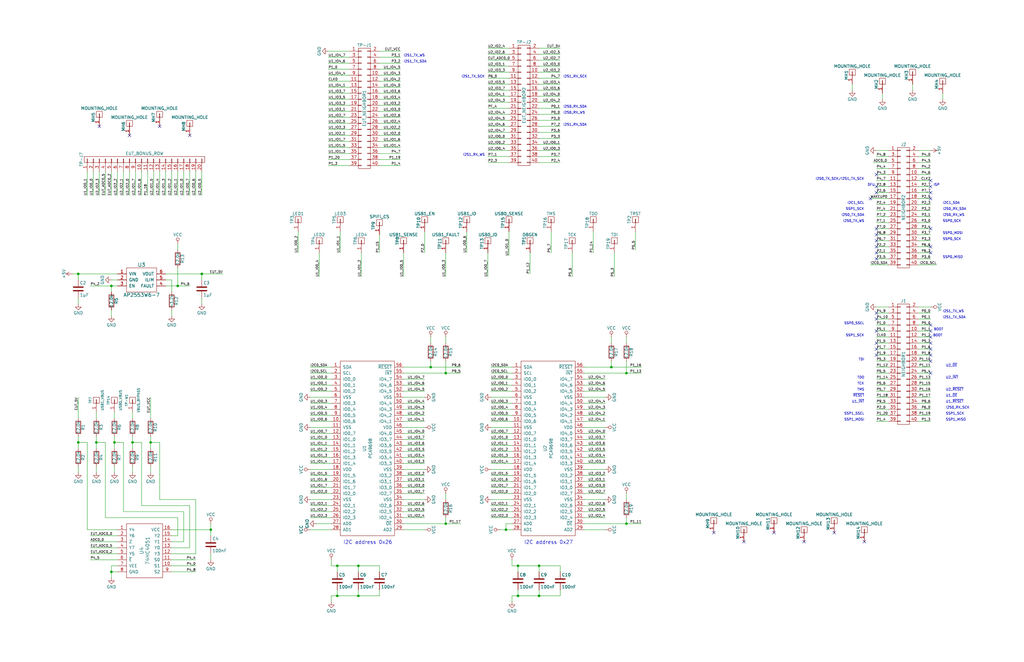
<source format=kicad_sch>
(kicad_sch (version 20230121) (generator eeschema)
  (paper "USLedger")
  (title_block (title "Narcissus") (date "2018-07-24") (company "Copyright 2018 Great Scott Gadgets") (comment 1 "License: BSD-3-Clause") (comment 2 "https://greatscottgadgets.com/greatfet/"))
  (junction (at 227.33 238.76))
  (junction (at 187.96 220.98))
  (junction (at 218.44 238.76))
  (junction (at 88.9 223.52))
  (junction (at 257.81 154.94))
  (junction (at 85.09 115.57))
  (junction (at 218.44 251.46))
  (junction (at 74.93 120.65))
  (junction (at 142.24 238.76))
  (junction (at 46.99 241.3))
  (junction (at 264.16 220.98))
  (junction (at 33.02 115.57))
  (junction (at 33.02 186.69))
  (junction (at 63.5 186.69))
  (junction (at 187.96 157.48))
  (junction (at 48.26 186.69))
  (junction (at 264.16 157.48))
  (junction (at 55.88 186.69))
  (junction (at 213.36 223.52))
  (junction (at 40.64 186.69))
  (junction (at 227.33 251.46))
  (junction (at 151.13 251.46))
  (junction (at 142.24 251.46))
  (junction (at 181.61 154.94))
  (junction (at 151.13 238.76))
  (junction (at 46.99 120.65))
  (no_connect (at 392.43 142.24))
  (no_connect (at 369.57 149.86))
  (no_connect (at 339.09 228.6))
  (no_connect (at 369.57 99.06))
  (no_connect (at 326.39 224.79))
  (no_connect (at 369.57 96.52))
  (no_connect (at 364.49 228.6))
  (no_connect (at 369.57 144.78))
  (no_connect (at 369.57 147.32))
  (no_connect (at 67.31 53.34))
  (no_connect (at 313.69 228.6))
  (no_connect (at 369.57 132.08))
  (no_connect (at 367.03 83.82))
  (no_connect (at 369.57 134.62))
  (no_connect (at 369.57 73.66))
  (no_connect (at 54.61 57.15))
  (no_connect (at 392.43 104.14))
  (no_connect (at 41.91 53.34))
  (no_connect (at 369.57 81.28))
  (no_connect (at 369.57 139.7))
  (no_connect (at 392.43 157.48))
  (no_connect (at 392.43 81.28))
  (no_connect (at 392.43 149.86))
  (no_connect (at 351.79 224.79))
  (no_connect (at 369.57 109.22))
  (no_connect (at 369.57 101.6))
  (no_connect (at 392.43 152.4))
  (no_connect (at 300.99 224.79))
  (no_connect (at 392.43 106.68))
  (no_connect (at 369.57 78.74))
  (no_connect (at 392.43 78.74))
  (no_connect (at 392.43 76.2))
  (no_connect (at 392.43 83.82))
  (no_connect (at 369.57 104.14))
  (no_connect (at 392.43 144.78))
  (no_connect (at 80.01 57.15))
  (no_connect (at 392.43 96.52))
  (no_connect (at 392.43 137.16))
  (no_connect (at 392.43 147.32))
  (no_connect (at 369.57 106.68))
  (no_connect (at 392.43 139.7))
  (wire (pts (xy 139.7 198.12) (xy 130.81 198.12)))
  (wire (pts (xy 69.85 118.11) (xy 72.39 118.11)))
  (wire (pts (xy 215.9 203.2) (xy 207.01 203.2)))
  (wire (pts (xy 205.74 20.32) (xy 214.63 20.32)))
  (wire (pts (xy 392.43 63.5) (xy 387.35 63.5)))
  (wire (pts (xy 214.63 27.94) (xy 205.74 27.94)))
  (wire (pts (xy 207.01 160.02) (xy 215.9 160.02)))
  (wire (pts (xy 236.22 55.88) (xy 227.33 55.88)))
  (wire (pts (xy 72.39 133.35) (xy 72.39 130.81)))
  (wire (pts (xy 246.38 215.9) (xy 255.27 215.9)))
  (wire (pts (xy 387.35 177.8) (xy 392.43 177.8)))
  (wire (pts (xy 369.57 129.54) (xy 374.65 129.54)))
  (wire (pts (xy 139.7 193.04) (xy 130.81 193.04)))
  (wire (pts (xy 170.18 203.2) (xy 179.07 203.2)))
  (wire (pts (xy 369.57 170.18) (xy 374.65 170.18)))
  (wire (pts (xy 374.65 111.76) (xy 367.03 111.76)))
  (wire (pts (xy 49.53 82.55) (xy 49.53 72.39)))
  (wire (pts (xy 168.91 54.61) (xy 160.02 54.61)))
  (wire (pts (xy 392.43 68.58) (xy 387.35 68.58)))
  (wire (pts (xy 205.74 55.88) (xy 214.63 55.88)))
  (wire (pts (xy 160.02 251.46) (xy 160.02 248.92)))
  (wire (pts (xy 369.57 162.56) (xy 374.65 162.56)))
  (wire (pts (xy 139.7 157.48) (xy 130.81 157.48)))
  (wire (pts (xy 33.02 118.11) (xy 33.02 115.57)))
  (wire (pts (xy 139.7 190.5) (xy 130.81 190.5)))
  (wire (pts (xy 160.02 238.76) (xy 160.02 241.3)))
  (wire (pts (xy 246.38 187.96) (xy 255.27 187.96)))
  (wire (pts (xy 69.85 82.55) (xy 69.85 72.39)))
  (wire (pts (xy 48.26 186.69) (xy 48.26 189.23)))
  (wire (pts (xy 170.18 177.8) (xy 179.07 177.8)))
  (wire (pts (xy 80.01 231.14) (xy 72.39 231.14)))
  (wire (pts (xy 67.31 210.82) (xy 82.55 210.82)))
  (wire (pts (xy 246.38 165.1) (xy 255.27 165.1)))
  (wire (pts (xy 138.43 64.77) (xy 147.32 64.77)))
  (wire (pts (xy 64.77 82.55) (xy 64.77 72.39)))
  (wire (pts (xy 57.15 82.55) (xy 57.15 72.39)))
  (wire (pts (xy 179.07 162.56) (xy 170.18 162.56)))
  (wire (pts (xy 392.43 101.6) (xy 387.35 101.6)))
  (wire (pts (xy 187.96 220.98) (xy 194.31 220.98)))
  (wire (pts (xy 215.9 200.66) (xy 207.01 200.66)))
  (wire (pts (xy 55.88 186.69) (xy 55.88 189.23)))
  (wire (pts (xy 215.9 210.82) (xy 207.01 210.82)))
  (wire (pts (xy 85.09 125.73) (xy 85.09 128.27)))
  (wire (pts (xy 213.36 223.52) (xy 215.9 223.52)))
  (wire (pts (xy 33.02 196.85) (xy 33.02 199.39)))
  (wire (pts (xy 214.63 63.5) (xy 205.74 63.5)))
  (wire (pts (xy 369.57 134.62) (xy 374.65 134.62)))
  (wire (pts (xy 33.02 184.15) (xy 33.02 186.69)))
  (wire (pts (xy 215.9 187.96) (xy 207.01 187.96)))
  (wire (pts (xy 130.81 172.72) (xy 139.7 172.72)))
  (wire (pts (xy 255.27 180.34) (xy 246.38 180.34)))
  (wire (pts (xy 69.85 115.57) (xy 85.09 115.57)))
  (wire (pts (xy 33.02 125.73) (xy 33.02 128.27)))
  (wire (pts (xy 46.99 238.76) (xy 49.53 238.76)))
  (wire (pts (xy 392.43 157.48) (xy 387.35 157.48)))
  (wire (pts (xy 392.43 93.98) (xy 387.35 93.98)))
  (wire (pts (xy 215.9 205.74) (xy 207.01 205.74)))
  (wire (pts (xy 143.51 106.68) (xy 143.51 97.79)))
  (wire (pts (xy 179.07 198.12) (xy 170.18 198.12)))
  (wire (pts (xy 52.07 186.69) (xy 52.07 215.9)))
  (wire (pts (xy 170.18 187.96) (xy 179.07 187.96)))
  (wire (pts (xy 369.57 76.2) (xy 374.65 76.2)))
  (wire (pts (xy 179.07 193.04) (xy 170.18 193.04)))
  (wire (pts (xy 264.16 218.44) (xy 264.16 220.98)))
  (wire (pts (xy 267.97 97.79) (xy 267.97 105.41)))
  (wire (pts (xy 40.64 186.69) (xy 40.64 189.23)))
  (wire (pts (xy 207.01 218.44) (xy 215.9 218.44)))
  (wire (pts (xy 223.52 115.57) (xy 223.52 106.68)))
  (wire (pts (xy 387.35 66.04) (xy 392.43 66.04)))
  (wire (pts (xy 236.22 68.58) (xy 227.33 68.58)))
  (wire (pts (xy 205.74 116.84) (xy 205.74 106.68)))
  (wire (pts (xy 88.9 220.98) (xy 88.9 223.52)))
  (wire (pts (xy 49.53 241.3) (xy 46.99 241.3)))
  (wire (pts (xy 151.13 238.76) (xy 160.02 238.76)))
  (wire (pts (xy 125.73 106.68) (xy 125.73 97.79)))
  (wire (pts (xy 392.43 142.24) (xy 387.35 142.24)))
  (wire (pts (xy 36.83 223.52) (xy 49.53 223.52)))
  (wire (pts (xy 160.02 62.23) (xy 168.91 62.23)))
  (wire (pts (xy 168.91 39.37) (xy 160.02 39.37)))
  (wire (pts (xy 160.02 41.91) (xy 168.91 41.91)))
  (wire (pts (xy 369.57 73.66) (xy 374.65 73.66)))
  (wire (pts (xy 215.9 215.9) (xy 207.01 215.9)))
  (wire (pts (xy 207.01 185.42) (xy 215.9 185.42)))
  (wire (pts (xy 74.93 102.87) (xy 74.93 105.41)))
  (wire (pts (xy 59.69 213.36) (xy 80.01 213.36)))
  (wire (pts (xy 59.69 186.69) (xy 59.69 213.36)))
  (wire (pts (xy 67.31 82.55) (xy 67.31 72.39)))
  (wire (pts (xy 74.93 226.06) (xy 72.39 226.06)))
  (wire (pts (xy 236.22 45.72) (xy 227.33 45.72)))
  (wire (pts (xy 187.96 218.44) (xy 187.96 220.98)))
  (wire (pts (xy 168.91 24.13) (xy 160.02 24.13)))
  (wire (pts (xy 392.43 91.44) (xy 387.35 91.44)))
  (wire (pts (xy 392.43 76.2) (xy 387.35 76.2)))
  (wire (pts (xy 36.83 82.55) (xy 36.83 72.39)))
  (wire (pts (xy 215.9 251.46) (xy 218.44 251.46)))
  (wire (pts (xy 255.27 193.04) (xy 246.38 193.04)))
  (wire (pts (xy 72.39 223.52) (xy 88.9 223.52)))
  (wire (pts (xy 215.9 180.34) (xy 207.01 180.34)))
  (wire (pts (xy 179.07 170.18) (xy 170.18 170.18)))
  (wire (pts (xy 179.07 106.68) (xy 179.07 97.79)))
  (wire (pts (xy 227.33 251.46) (xy 236.22 251.46)))
  (wire (pts (xy 179.07 182.88) (xy 170.18 182.88)))
  (wire (pts (xy 139.7 195.58) (xy 130.81 195.58)))
  (wire (pts (xy 170.18 175.26) (xy 179.07 175.26)))
  (wire (pts (xy 142.24 248.92) (xy 142.24 251.46)))
  (wire (pts (xy 264.16 152.4) (xy 264.16 157.48)))
  (wire (pts (xy 179.07 205.74) (xy 170.18 205.74)))
  (wire (pts (xy 138.43 44.45) (xy 147.32 44.45)))
  (wire (pts (xy 160.02 46.99) (xy 168.91 46.99)))
  (wire (pts (xy 179.07 223.52) (xy 170.18 223.52)))
  (wire (pts (xy 152.4 116.84) (xy 152.4 106.68)))
  (wire (pts (xy 215.9 198.12) (xy 207.01 198.12)))
  (wire (pts (xy 160.02 26.67) (xy 168.91 26.67)))
  (wire (pts (xy 134.62 116.84) (xy 134.62 106.68)))
  (wire (pts (xy 369.57 139.7) (xy 374.65 139.7)))
  (wire (pts (xy 67.31 186.69) (xy 67.31 210.82)))
  (wire (pts (xy 138.43 34.29) (xy 147.32 34.29)))
  (wire (pts (xy 139.7 208.28) (xy 130.81 208.28)))
  (wire (pts (xy 215.9 190.5) (xy 207.01 190.5)))
  (wire (pts (xy 77.47 215.9) (xy 77.47 228.6)))
  (wire (pts (xy 369.57 109.22) (xy 374.65 109.22)))
  (wire (pts (xy 181.61 152.4) (xy 181.61 154.94)))
  (wire (pts (xy 187.96 208.28) (xy 187.96 210.82)))
  (wire (pts (xy 52.07 82.55) (xy 52.07 72.39)))
  (wire (pts (xy 179.07 172.72) (xy 170.18 172.72)))
  (wire (pts (xy 88.9 223.52) (xy 88.9 226.06)))
  (wire (pts (xy 72.39 241.3) (xy 82.55 241.3)))
  (wire (pts (xy 40.64 184.15) (xy 40.64 186.69)))
  (wire (pts (xy 133.35 220.98) (xy 139.7 220.98)))
  (wire (pts (xy 227.33 238.76) (xy 236.22 238.76)))
  (wire (pts (xy 139.7 251.46) (xy 142.24 251.46)))
  (wire (pts (xy 138.43 54.61) (xy 147.32 54.61)))
  (wire (pts (xy 160.02 52.07) (xy 168.91 52.07)))
  (wire (pts (xy 48.26 173.99) (xy 48.26 176.53)))
  (wire (pts (xy 179.07 208.28) (xy 170.18 208.28)))
  (wire (pts (xy 142.24 251.46) (xy 151.13 251.46)))
  (wire (pts (xy 227.33 22.86) (xy 236.22 22.86)))
  (wire (pts (xy 139.7 210.82) (xy 130.81 210.82)))
  (wire (pts (xy 255.27 167.64) (xy 246.38 167.64)))
  (wire (pts (xy 85.09 82.55) (xy 85.09 72.39)))
  (wire (pts (xy 369.57 142.24) (xy 374.65 142.24)))
  (wire (pts (xy 214.63 68.58) (xy 205.74 68.58)))
  (wire (pts (xy 55.88 186.69) (xy 59.69 186.69)))
  (wire (pts (xy 215.9 175.26) (xy 207.01 175.26)))
  (wire (pts (xy 48.26 184.15) (xy 48.26 186.69)))
  (wire (pts (xy 255.27 182.88) (xy 246.38 182.88)))
  (wire (pts (xy 205.74 50.8) (xy 214.63 50.8)))
  (wire (pts (xy 151.13 238.76) (xy 151.13 241.3)))
  (wire (pts (xy 392.43 81.28) (xy 387.35 81.28)))
  (wire (pts (xy 82.55 233.68) (xy 72.39 233.68)))
  (wire (pts (xy 139.7 167.64) (xy 130.81 167.64)))
  (wire (pts (xy 214.63 107.95) (xy 214.63 97.79)))
  (wire (pts (xy 246.38 213.36) (xy 255.27 213.36)))
  (wire (pts (xy 38.1 231.14) (xy 49.53 231.14)))
  (wire (pts (xy 255.27 195.58) (xy 246.38 195.58)))
  (wire (pts (xy 151.13 251.46) (xy 151.13 248.92)))
  (wire (pts (xy 181.61 142.24) (xy 181.61 144.78)))
  (wire (pts (xy 187.96 116.84) (xy 187.96 106.68)))
  (wire (pts (xy 369.57 147.32) (xy 374.65 147.32)))
  (wire (pts (xy 33.02 115.57) (xy 49.53 115.57)))
  (wire (pts (xy 215.9 165.1) (xy 207.01 165.1)))
  (wire (pts (xy 387.35 154.94) (xy 392.43 154.94)))
  (wire (pts (xy 207.01 182.88) (xy 215.9 182.88)))
  (wire (pts (xy 374.65 83.82) (xy 367.03 83.82)))
  (wire (pts (xy 170.18 200.66) (xy 179.07 200.66)))
  (wire (pts (xy 236.22 40.64) (xy 227.33 40.64)))
  (wire (pts (xy 255.27 208.28) (xy 246.38 208.28)))
  (wire (pts (xy 246.38 177.8) (xy 255.27 177.8)))
  (wire (pts (xy 138.43 21.59) (xy 147.32 21.59)))
  (wire (pts (xy 264.16 220.98) (xy 270.51 220.98)))
  (wire (pts (xy 138.43 52.07) (xy 147.32 52.07)))
  (wire (pts (xy 369.57 160.02) (xy 374.65 160.02)))
  (wire (pts (xy 232.41 106.68) (xy 232.41 97.79)))
  (wire (pts (xy 160.02 69.85) (xy 168.91 69.85)))
  (wire (pts (xy 130.81 154.94) (xy 139.7 154.94)))
  (wire (pts (xy 369.57 66.04) (xy 374.65 66.04)))
  (wire (pts (xy 215.9 236.22) (xy 215.9 238.76)))
  (wire (pts (xy 46.99 118.11) (xy 49.53 118.11)))
  (wire (pts (xy 215.9 177.8) (xy 207.01 177.8)))
  (wire (pts (xy 139.7 165.1) (xy 130.81 165.1)))
  (wire (pts (xy 215.9 213.36) (xy 207.01 213.36)))
  (wire (pts (xy 236.22 58.42) (xy 227.33 58.42)))
  (wire (pts (xy 40.64 196.85) (xy 40.64 199.39)))
  (wire (pts (xy 369.57 132.08) (xy 374.65 132.08)))
  (wire (pts (xy 138.43 24.13) (xy 147.32 24.13)))
  (wire (pts (xy 236.22 38.1) (xy 227.33 38.1)))
  (wire (pts (xy 130.81 218.44) (xy 139.7 218.44)))
  (wire (pts (xy 255.27 160.02) (xy 246.38 160.02)))
  (wire (pts (xy 392.43 86.36) (xy 387.35 86.36)))
  (wire (pts (xy 72.39 82.55) (xy 72.39 72.39)))
  (wire (pts (xy 392.43 71.12) (xy 387.35 71.12)))
  (wire (pts (xy 215.9 208.28) (xy 207.01 208.28)))
  (wire (pts (xy 236.22 30.48) (xy 227.33 30.48)))
  (wire (pts (xy 215.9 157.48) (xy 207.01 157.48)))
  (wire (pts (xy 138.43 62.23) (xy 147.32 62.23)))
  (wire (pts (xy 168.91 59.69) (xy 160.02 59.69)))
  (wire (pts (xy 369.57 104.14) (xy 374.65 104.14)))
  (wire (pts (xy 369.57 144.78) (xy 374.65 144.78)))
  (wire (pts (xy 168.91 29.21) (xy 160.02 29.21)))
  (wire (pts (xy 392.43 137.16) (xy 387.35 137.16)))
  (wire (pts (xy 236.22 27.94) (xy 227.33 27.94)))
  (wire (pts (xy 40.64 186.69) (xy 44.45 186.69)))
  (wire (pts (xy 215.9 254) (xy 215.9 251.46)))
  (wire (pts (xy 236.22 238.76) (xy 236.22 241.3)))
  (wire (pts (xy 207.01 170.18) (xy 215.9 170.18)))
  (wire (pts (xy 139.7 177.8) (xy 130.81 177.8)))
  (wire (pts (xy 170.18 190.5) (xy 179.07 190.5)))
  (wire (pts (xy 138.43 46.99) (xy 147.32 46.99)))
  (wire (pts (xy 369.57 137.16) (xy 374.65 137.16)))
  (wire (pts (xy 255.27 185.42) (xy 246.38 185.42)))
  (wire (pts (xy 369.57 93.98) (xy 374.65 93.98)))
  (wire (pts (xy 205.74 22.86) (xy 214.63 22.86)))
  (wire (pts (xy 168.91 67.31) (xy 160.02 67.31)))
  (wire (pts (xy 138.43 41.91) (xy 147.32 41.91)))
  (wire (pts (xy 44.45 82.55) (xy 44.45 72.39)))
  (wire (pts (xy 387.35 134.62) (xy 392.43 134.62)))
  (wire (pts (xy 82.55 236.22) (xy 72.39 236.22)))
  (wire (pts (xy 218.44 248.92) (xy 218.44 251.46)))
  (wire (pts (xy 30.48 115.57) (xy 33.02 115.57)))
  (wire (pts (xy 236.22 63.5) (xy 227.33 63.5)))
  (wire (pts (xy 138.43 57.15) (xy 147.32 57.15)))
  (wire (pts (xy 49.53 233.68) (xy 38.1 233.68)))
  (wire (pts (xy 205.74 45.72) (xy 214.63 45.72)))
  (wire (pts (xy 139.7 213.36) (xy 130.81 213.36)))
  (wire (pts (xy 205.74 33.02) (xy 214.63 33.02)))
  (wire (pts (xy 246.38 190.5) (xy 255.27 190.5)))
  (wire (pts (xy 74.93 120.65) (xy 80.01 120.65)))
  (wire (pts (xy 160.02 57.15) (xy 168.91 57.15)))
  (wire (pts (xy 46.99 133.35) (xy 46.99 130.81)))
  (wire (pts (xy 170.18 220.98) (xy 187.96 220.98)))
  (wire (pts (xy 369.57 157.48) (xy 374.65 157.48)))
  (wire (pts (xy 72.39 238.76) (xy 82.55 238.76)))
  (wire (pts (xy 255.27 205.74) (xy 246.38 205.74)))
  (wire (pts (xy 63.5 186.69) (xy 67.31 186.69)))
  (wire (pts (xy 215.9 238.76) (xy 218.44 238.76)))
  (wire (pts (xy 387.35 160.02) (xy 392.43 160.02)))
  (wire (pts (xy 214.63 40.64) (xy 205.74 40.64)))
  (wire (pts (xy 255.27 172.72) (xy 246.38 172.72)))
  (wire (pts (xy 138.43 26.67) (xy 147.32 26.67)))
  (wire (pts (xy 387.35 165.1) (xy 392.43 165.1)))
  (wire (pts (xy 392.43 99.06) (xy 387.35 99.06)))
  (wire (pts (xy 46.99 82.55) (xy 46.99 72.39)))
  (wire (pts (xy 205.74 38.1) (xy 214.63 38.1)))
  (wire (pts (xy 214.63 58.42) (xy 205.74 58.42)))
  (wire (pts (xy 207.01 162.56) (xy 215.9 162.56)))
  (wire (pts (xy 369.57 88.9) (xy 374.65 88.9)))
  (wire (pts (xy 369.57 99.06) (xy 374.65 99.06)))
  (wire (pts (xy 187.96 157.48) (xy 194.31 157.48)))
  (wire (pts (xy 179.07 210.82) (xy 170.18 210.82)))
  (wire (pts (xy 369.57 165.1) (xy 374.65 165.1)))
  (wire (pts (xy 259.08 116.84) (xy 259.08 106.68)))
  (wire (pts (xy 236.22 48.26) (xy 227.33 48.26)))
  (wire (pts (xy 387.35 109.22) (xy 392.43 109.22)))
  (wire (pts (xy 374.65 96.52) (xy 369.57 96.52)))
  (wire (pts (xy 392.43 96.52) (xy 387.35 96.52)))
  (wire (pts (xy 392.43 167.64) (xy 387.35 167.64)))
  (wire (pts (xy 170.18 157.48) (xy 187.96 157.48)))
  (wire (pts (xy 139.7 175.26) (xy 130.81 175.26)))
  (wire (pts (xy 38.1 226.06) (xy 49.53 226.06)))
  (wire (pts (xy 397.51 39.37) (xy 397.51 41.91)))
  (wire (pts (xy 80.01 213.36) (xy 80.01 231.14)))
  (wire (pts (xy 214.63 53.34) (xy 205.74 53.34)))
  (wire (pts (xy 255.27 223.52) (xy 246.38 223.52)))
  (wire (pts (xy 142.24 238.76) (xy 151.13 238.76)))
  (wire (pts (xy 205.74 48.26) (xy 214.63 48.26)))
  (wire (pts (xy 139.7 200.66) (xy 130.81 200.66)))
  (wire (pts (xy 255.27 198.12) (xy 246.38 198.12)))
  (wire (pts (xy 151.13 251.46) (xy 160.02 251.46)))
  (wire (pts (xy 63.5 196.85) (xy 63.5 199.39)))
  (wire (pts (xy 250.19 106.68) (xy 250.19 97.79)))
  (wire (pts (xy 55.88 196.85) (xy 55.88 199.39)))
  (wire (pts (xy 46.99 241.3) (xy 46.99 243.84)))
  (wire (pts (xy 179.07 167.64) (xy 170.18 167.64)))
  (wire (pts (xy 246.38 200.66) (xy 255.27 200.66)))
  (wire (pts (xy 54.61 82.55) (xy 54.61 72.39)))
  (wire (pts (xy 46.99 120.65) (xy 49.53 120.65)))
  (wire (pts (xy 168.91 34.29) (xy 160.02 34.29)))
  (wire (pts (xy 255.27 218.44) (xy 246.38 218.44)))
  (wire (pts (xy 387.35 149.86) (xy 392.43 149.86)))
  (wire (pts (xy 215.9 167.64) (xy 207.01 167.64)))
  (wire (pts (xy 160.02 36.83) (xy 168.91 36.83)))
  (wire (pts (xy 255.27 170.18) (xy 246.38 170.18)))
  (wire (pts (xy 392.43 152.4) (xy 387.35 152.4)))
  (wire (pts (xy 41.91 82.55) (xy 41.91 72.39)))
  (wire (pts (xy 179.07 185.42) (xy 170.18 185.42)))
  (wire (pts (xy 147.32 69.85) (xy 138.43 69.85)))
  (wire (pts (xy 179.07 180.34) (xy 170.18 180.34)))
  (wire (pts (xy 138.43 29.21) (xy 147.32 29.21)))
  (wire (pts (xy 82.55 210.82) (xy 82.55 233.68)))
  (wire (pts (xy 80.01 82.55) (xy 80.01 72.39)))
  (wire (pts (xy 82.55 82.55) (xy 82.55 72.39)))
  (wire (pts (xy 236.22 20.32) (xy 227.33 20.32)))
  (wire (pts (xy 215.9 193.04) (xy 207.01 193.04)))
  (wire (pts (xy 236.22 251.46) (xy 236.22 248.92)))
  (wire (pts (xy 369.57 172.72) (xy 374.65 172.72)))
  (wire (pts (xy 187.96 142.24) (xy 187.96 144.78)))
  (wire (pts (xy 139.7 203.2) (xy 130.81 203.2)))
  (wire (pts (xy 236.22 50.8) (xy 227.33 50.8)))
  (wire (pts (xy 130.81 162.56) (xy 139.7 162.56)))
  (wire (pts (xy 392.43 132.08) (xy 387.35 132.08)))
  (wire (pts (xy 139.7 215.9) (xy 130.81 215.9)))
  (wire (pts (xy 40.64 176.53) (xy 40.64 173.99)))
  (wire (pts (xy 215.9 195.58) (xy 207.01 195.58)))
  (wire (pts (xy 369.57 149.86) (xy 374.65 149.86)))
  (wire (pts (xy 392.43 162.56) (xy 387.35 162.56)))
  (wire (pts (xy 213.36 220.98) (xy 213.36 223.52)))
  (wire (pts (xy 138.43 49.53) (xy 147.32 49.53)))
  (wire (pts (xy 170.18 165.1) (xy 179.07 165.1)))
  (wire (pts (xy 387.35 170.18) (xy 392.43 170.18)))
  (wire (pts (xy 369.57 152.4) (xy 374.65 152.4)))
  (wire (pts (xy 138.43 39.37) (xy 147.32 39.37)))
  (wire (pts (xy 77.47 228.6) (xy 72.39 228.6)))
  (wire (pts (xy 130.81 182.88) (xy 139.7 182.88)))
  (wire (pts (xy 38.1 120.65) (xy 46.99 120.65)))
  (wire (pts (xy 168.91 44.45) (xy 160.02 44.45)))
  (wire (pts (xy 36.83 186.69) (xy 36.83 223.52)))
  (wire (pts (xy 139.7 205.74) (xy 130.81 205.74)))
  (wire (pts (xy 236.22 33.02) (xy 227.33 33.02)))
  (wire (pts (xy 130.81 170.18) (xy 139.7 170.18)))
  (wire (pts (xy 130.81 160.02) (xy 139.7 160.02)))
  (wire (pts (xy 170.18 154.94) (xy 181.61 154.94)))
  (wire (pts (xy 255.27 210.82) (xy 246.38 210.82)))
  (wire (pts (xy 392.43 78.74) (xy 387.35 78.74)))
  (wire (pts (xy 138.43 36.83) (xy 147.32 36.83)))
  (wire (pts (xy 368.3 68.58) (xy 374.65 68.58)))
  (wire (pts (xy 138.43 67.31) (xy 147.32 67.31)))
  (wire (pts (xy 372.11 39.37) (xy 372.11 41.91)))
  (wire (pts (xy 369.57 154.94) (xy 374.65 154.94)))
  (wire (pts (xy 387.35 129.54) (xy 392.43 129.54)))
  (wire (pts (xy 218.44 251.46) (xy 227.33 251.46)))
  (wire (pts (xy 374.65 86.36) (xy 369.57 86.36)))
  (wire (pts (xy 62.23 82.55) (xy 62.23 72.39)))
  (wire (pts (xy 392.43 73.66) (xy 387.35 73.66)))
  (wire (pts (xy 374.65 71.12) (xy 369.57 71.12)))
  (wire (pts (xy 55.88 173.99) (xy 55.88 176.53)))
  (wire (pts (xy 218.44 241.3) (xy 218.44 238.76)))
  (wire (pts (xy 48.26 186.69) (xy 52.07 186.69)))
  (wire (pts (xy 205.74 60.96) (xy 214.63 60.96)))
  (wire (pts (xy 160.02 106.68) (xy 160.02 99.06)))
  (wire (pts (xy 384.81 35.56) (xy 384.81 38.1)))
  (wire (pts (xy 63.5 167.64) (xy 63.5 176.53)))
  (wire (pts (xy 179.07 160.02) (xy 170.18 160.02)))
  (wire (pts (xy 38.1 236.22) (xy 49.53 236.22)))
  (wire (pts (xy 246.38 220.98) (xy 264.16 220.98)))
  (wire (pts (xy 39.37 82.55) (xy 39.37 72.39)))
  (wire (pts (xy 264.16 208.28) (xy 264.16 210.82)))
  (wire (pts (xy 369.57 91.44) (xy 374.65 91.44)))
  (wire (pts (xy 359.41 35.56) (xy 359.41 38.1)))
  (wire (pts (xy 63.5 186.69) (xy 63.5 189.23)))
  (wire (pts (xy 374.65 106.68) (xy 369.57 106.68)))
  (wire (pts (xy 59.69 82.55) (xy 59.69 72.39)))
  (wire (pts (xy 85.09 115.57) (xy 93.98 115.57)))
  (wire (pts (xy 392.43 88.9) (xy 387.35 88.9)))
  (wire (pts (xy 236.22 53.34) (xy 227.33 53.34)))
  (wire (pts (xy 205.74 25.4) (xy 214.63 25.4)))
  (wire (pts (xy 207.01 154.94) (xy 215.9 154.94)))
  (wire (pts (xy 392.43 83.82) (xy 387.35 83.82)))
  (wire (pts (xy 139.7 187.96) (xy 130.81 187.96)))
  (wire (pts (xy 85.09 115.57) (xy 85.09 118.11)))
  (wire (pts (xy 246.38 154.94) (xy 257.81 154.94)))
  (wire (pts (xy 55.88 184.15) (xy 55.88 186.69)))
  (wire (pts (xy 44.45 186.69) (xy 44.45 218.44)))
  (wire (pts (xy 88.9 236.22) (xy 88.9 233.68)))
  (wire (pts (xy 46.99 238.76) (xy 46.99 241.3)))
  (wire (pts (xy 392.43 106.68) (xy 387.35 106.68)))
  (wire (pts (xy 227.33 66.04) (xy 236.22 66.04)))
  (wire (pts (xy 257.81 142.24) (xy 257.81 144.78)))
  (wire (pts (xy 179.07 218.44) (xy 170.18 218.44)))
  (wire (pts (xy 236.22 60.96) (xy 227.33 60.96)))
  (wire (pts (xy 236.22 35.56) (xy 227.33 35.56)))
  (wire (pts (xy 207.01 172.72) (xy 215.9 172.72)))
  (wire (pts (xy 130.81 185.42) (xy 139.7 185.42)))
  (wire (pts (xy 33.02 167.64) (xy 33.02 176.53)))
  (wire (pts (xy 69.85 120.65) (xy 74.93 120.65)))
  (wire (pts (xy 392.43 147.32) (xy 387.35 147.32)))
  (wire (pts (xy 374.65 101.6) (xy 369.57 101.6)))
  (wire (pts (xy 170.18 213.36) (xy 179.07 213.36)))
  (wire (pts (xy 168.91 49.53) (xy 160.02 49.53)))
  (wire (pts (xy 46.99 123.19) (xy 46.99 120.65)))
  (wire (pts (xy 369.57 175.26) (xy 374.65 175.26)))
  (wire (pts (xy 394.97 111.76) (xy 387.35 111.76)))
  (wire (pts (xy 44.45 218.44) (xy 74.93 218.44)))
  (wire (pts (xy 205.74 66.04) (xy 214.63 66.04)))
  (wire (pts (xy 187.96 152.4) (xy 187.96 157.48)))
  (wire (pts (xy 160.02 21.59) (xy 168.91 21.59)))
  (wire (pts (xy 210.82 223.52) (xy 213.36 223.52)))
  (wire (pts (xy 369.57 78.74) (xy 374.65 78.74)))
  (wire (pts (xy 142.24 241.3) (xy 142.24 238.76)))
  (wire (pts (xy 392.43 172.72) (xy 387.35 172.72)))
  (wire (pts (xy 33.02 186.69) (xy 33.02 189.23)))
  (wire (pts (xy 72.39 118.11) (xy 72.39 123.19)))
  (wire (pts (xy 196.85 106.68) (xy 196.85 97.79)))
  (wire (pts (xy 181.61 154.94) (xy 194.31 154.94)))
  (wire (pts (xy 246.38 157.48) (xy 264.16 157.48)))
  (wire (pts (xy 369.57 63.5) (xy 374.65 63.5)))
  (wire (pts (xy 387.35 144.78) (xy 392.43 144.78)))
  (wire (pts (xy 170.18 215.9) (xy 179.07 215.9)))
  (wire (pts (xy 241.3 116.84) (xy 241.3 106.68)))
  (wire (pts (xy 214.63 43.18) (xy 205.74 43.18)))
  (wire (pts (xy 48.26 196.85) (xy 48.26 199.39)))
  (wire (pts (xy 179.07 195.58) (xy 170.18 195.58)))
  (wire (pts (xy 246.38 203.2) (xy 255.27 203.2)))
  (wire (pts (xy 63.5 184.15) (xy 63.5 186.69)))
  (wire (pts (xy 139.7 223.52) (xy 130.81 223.52)))
  (wire (pts (xy 168.91 64.77) (xy 160.02 64.77)))
  (wire (pts (xy 33.02 186.69) (xy 36.83 186.69)))
  (wire (pts (xy 139.7 254) (xy 139.7 251.46)))
  (wire (pts (xy 257.81 154.94) (xy 257.81 152.4)))
  (wire (pts (xy 138.43 31.75) (xy 147.32 31.75)))
  (wire (pts (xy 170.18 116.84) (xy 170.18 106.68)))
  (wire (pts (xy 74.93 82.55) (xy 74.93 72.39)))
  (wire (pts (xy 236.22 25.4) (xy 227.33 25.4)))
  (wire (pts (xy 215.9 220.98) (xy 213.36 220.98)))
  (wire (pts (xy 138.43 59.69) (xy 147.32 59.69)))
  (wire (pts (xy 257.81 154.94) (xy 270.51 154.94)))
  (wire (pts (xy 139.7 236.22) (xy 139.7 238.76)))
  (wire (pts (xy 160.02 31.75) (xy 168.91 31.75)))
  (wire (pts (xy 369.57 167.64) (xy 374.65 167.64)))
  (wire (pts (xy 227.33 251.46) (xy 227.33 248.92)))
  (wire (pts (xy 218.44 238.76) (xy 227.33 238.76)))
  (wire (pts (xy 387.35 139.7) (xy 392.43 139.7)))
  (wire (pts (xy 74.93 218.44) (xy 74.93 226.06)))
  (wire (pts (xy 369.57 81.28) (xy 374.65 81.28)))
  (wire (pts (xy 264.16 142.24) (xy 264.16 144.78)))
  (wire (pts (xy 392.43 104.14) (xy 387.35 104.14)))
  (wire (pts (xy 77.47 82.55) (xy 77.47 72.39)))
  (wire (pts (xy 52.07 215.9) (xy 77.47 215.9)))
  (wire (pts (xy 236.22 43.18) (xy 227.33 43.18)))
  (wire (pts (xy 38.1 228.6) (xy 49.53 228.6)))
  (wire (pts (xy 246.38 175.26) (xy 255.27 175.26)))
  (wire (pts (xy 392.43 175.26) (xy 387.35 175.26)))
  (wire (pts (xy 139.7 238.76) (xy 142.24 238.76)))
  (wire (pts (xy 74.93 120.65) (xy 74.93 113.03)))
  (wire (pts (xy 139.7 180.34) (xy 130.81 180.34)))
  (wire (pts (xy 227.33 238.76) (xy 227.33 241.3)))
  (wire (pts (xy 205.74 35.56) (xy 214.63 35.56)))
  (wire (pts (xy 255.27 162.56) (xy 246.38 162.56)))
  (wire (pts (xy 374.65 177.8) (xy 369.57 177.8)))
  (wire (pts (xy 205.74 30.48) (xy 214.63 30.48)))
  (wire (pts (xy 264.16 157.48) (xy 270.51 157.48)))
  (text "I2S1_RX_SCK" (at 237.49 33.02 0) (effects (font (size 1.016 1.016)) (justify left bottom)))
  (text "U1_~{OE}" (at 398.78 167.64 0) (effects (font (size 1.016 1.016)) (justify left bottom)))
  (text "SSP0_MOSI" (at 397.51 99.06 0) (effects (font (size 1.016 1.016)) (justify left bottom)))
  (text "SSP1_MOSI" (at 364.49 177.8 0) (effects (font (size 1.016 1.016)) (justify right bottom)))
  (text "TDO" (at 364.49 160.02 0) (effects (font (size 1.016 1.016)) (justify right bottom)))
  (text "I2S0_RX_WS" (at 237.49 48.26 0) (effects (font (size 1.016 1.016)) (justify left bottom)))
  (text "U2_~{OE}" (at 398.78 154.94 0) (effects (font (size 1.016 1.016)) (justify left bottom)))
  (text "TMS" (at 364.49 165.1 0) (effects (font (size 1.016 1.016)) (justify right bottom)))
  (text "~{RESET}" (at 364.49 167.64 0) (effects (font (size 1.016 1.016)) (justify right bottom)))
  (text "DFU" (at 365.76 78.74 0) (effects (font (size 1.016 1.016)) (justify left bottom)))
  (text "SSP0_SCK" (at 397.51 101.6 0) (effects (font (size 1.016 1.016)) (justify left bottom)))
  (text "U2_~{RESET}" (at 398.78 165.1 0) (effects (font (size 1.016 1.016)) (justify left bottom)))
  (text "SSP1_SCK" (at 398.78 175.26 0) (effects (font (size 1.016 1.016)) (justify left bottom)))
  (text "BOOT" (at 393.7 139.7 0) (effects (font (size 1.016 1.016)) (justify left bottom)))
  (text "I2S0_RX_SDA" (at 237.49 45.72 0) (effects (font (size 1.016 1.016)) (justify left bottom)))
  (text "I2C1_SDA" (at 397.51 86.36 0) (effects (font (size 1.016 1.016)) (justify left bottom)))
  (text "TDI" (at 364.49 152.4 0) (effects (font (size 1.016 1.016)) (justify right bottom)))
  (text "I2S1_TX_WS" (at 170.18 24.13 0) (effects (font (size 1.016 1.016)) (justify left bottom)))
  (text "I2S0_TX_SDA" (at 364.49 91.44 0) (effects (font (size 1.016 1.016)) (justify right bottom)))
  (text "U2_~{INT}" (at 398.78 160.02 0) (effects (font (size 1.016 1.016)) (justify left bottom)))
  (text "I2C address 0x26" (at 144.78 229.87 0) (effects (font (size 1.524 1.524)) (justify left bottom)))
  (text "U1_~{RESET}" (at 398.78 170.18 0) (effects (font (size 1.016 1.016)) (justify left bottom)))
  (text "I2S0_TX_SCK/I2S1_TX_SCK" (at 364.49 76.2 0) (effects (font (size 1.016 1.016)) (justify right bottom)))
  (text "I2C1_SCL" (at 364.49 86.36 0) (effects (font (size 1.016 1.016)) (justify right bottom)))
  (text "SSP1_MISO" (at 398.78 177.8 0) (effects (font (size 1.016 1.016)) (justify left bottom)))
  (text "I2S0_RX_SCK" (at 398.78 172.72 0) (effects (font (size 1.016 1.016)) (justify left bottom)))
  (text "SSP0_SSEL" (at 364.49 137.16 0) (effects (font (size 1.016 1.016)) (justify right bottom)))
  (text "I2S1_TX_WS" (at 397.51 132.08 0) (effects (font (size 1.016 1.016)) (justify left bottom)))
  (text "SSP1_SCK" (at 364.49 88.9 0) (effects (font (size 1.016 1.016)) (justify right bottom)))
  (text "I2C address 0x27" (at 220.98 229.87 0) (effects (font (size 1.524 1.524)) (justify left bottom)))
  (text "I2S1_RX_SDA" (at 237.49 53.34 0) (effects (font (size 1.016 1.016)) (justify left bottom)))
  (text "I2S1_TX_SCK" (at 204.47 33.02 0) (effects (font (size 1.016 1.016)) (justify right bottom)))
  (text "SSP0_MISO" (at 397.51 109.22 0) (effects (font (size 1.016 1.016)) (justify left bottom)))
  (text "BOOT" (at 397.51 142.24 0) (effects (font (size 1.016 1.016)) (justify right bottom)))
  (text "SSP1_SCK" (at 364.49 142.24 0) (effects (font (size 1.016 1.016)) (justify right bottom)))
  (text "I2S0_TX_WS" (at 364.49 93.98 0) (effects (font (size 1.016 1.016)) (justify right bottom)))
  (text "I2S1_RX_WS" (at 204.47 66.04 0) (effects (font (size 1.016 1.016)) (justify right bottom)))
  (text "I2S0_RX_SDA" (at 397.51 88.9 0) (effects (font (size 1.016 1.016)) (justify left bottom)))
  (text "SSP1_SSEL" (at 364.49 175.26 0) (effects (font (size 1.016 1.016)) (justify right bottom)))
  (text "ISP" (at 396.24 78.74 0) (effects (font (size 1.016 1.016)) (justify right bottom)))
  (text "TCK" (at 364.49 162.56 0) (effects (font (size 1.016 1.016)) (justify right bottom)))
  (text "U1_~{INT}" (at 364.49 170.18 0) (effects (font (size 1.016 1.016)) (justify right bottom)))
  (text "I2S0_RX_WS" (at 397.51 91.44 0) (effects (font (size 1.016 1.016)) (justify left bottom)))
  (text "I2S1_TX_SDA" (at 397.51 134.62 0) (effects (font (size 1.016 1.016)) (justify left bottom)))
  (text "I2S1_TX_SDA" (at 170.18 26.67 0) (effects (font (size 1.016 1.016)) (justify left bottom)))
  (text "SSP0_SCK" (at 397.51 93.98 0) (effects (font (size 1.016 1.016)) (justify left bottom)))
  (label "U1_IO2_6" (at 168.91 49.53 180) (effects (font (size 1.016 1.016))))
  (label "U1_IO2_5" (at 138.43 52.07 0) (effects (font (size 1.016 1.016))))
  (label "U2_IO3_1" (at 255.27 203.2 180) (effects (font (size 1.016 1.016))))
  (label "U1_IO3_4" (at 179.07 193.04 180) (effects (font (size 1.016 1.016))))
  (label "P3_7" (at 236.22 66.04 180) (effects (font (size 1.016 1.016))))
  (label "P4_9" (at 369.57 132.08 0) (effects (font (size 1.016 1.016))))
  (label "P2_3" (at 205.74 68.58 0) (effects (font (size 1.016 1.016))))
  (label "P3_6" (at 392.43 109.22 180) (effects (font (size 1.016 1.016))))
  (label "U1_IO3_4" (at 168.91 41.91 180) (effects (font (size 1.016 1.016))))
  (label "U1_IO0_5" (at 130.81 175.26 0) (effects (font (size 1.016 1.016))))
  (label "P3_6" (at 236.22 55.88 180) (effects (font (size 1.016 1.016))))
  (label "P1_11" (at 270.51 220.98 180) (effects (font (size 1.016 1.016))))
  (label "U1_IO3_7" (at 138.43 39.37 0) (effects (font (size 1.016 1.016))))
  (label "U1_IO0_4" (at 134.62 116.84 90) (effects (font (size 1.016 1.016))))
  (label "P4_8" (at 82.55 241.3 180) (effects (font (size 1.016 1.016))))
  (label "ADC0_0" (at 368.3 68.58 0) (effects (font (size 1.016 1.016))))
  (label "U1_IO1_7" (at 138.43 59.69 0) (effects (font (size 1.016 1.016))))
  (label "U2_IO2_2" (at 207.01 215.9 0) (effects (font (size 1.016 1.016))))
  (label "U1_IO4_2" (at 179.07 175.26 180) (effects (font (size 1.016 1.016))))
  (label "I2C0_SCL" (at 394.97 111.76 180) (effects (font (size 1.016 1.016))))
  (label "U2_IO3_3" (at 205.74 30.48 0) (effects (font (size 1.016 1.016))))
  (label "EUT_ADC0_2" (at 46.99 82.55 90) (effects (font (size 1.016 1.016))))
  (label "U2_IO2_4" (at 255.27 218.44 180) (effects (font (size 1.016 1.016))))
  (label "P7_2" (at 236.22 53.34 180) (effects (font (size 1.016 1.016))))
  (label "P3_1" (at 168.91 24.13 180) (effects (font (size 1.016 1.016))))
  (label "U2_IO0_6" (at 82.55 82.55 90) (effects (font (size 1.016 1.016))))
  (label "U1_IO1_0" (at 130.81 185.42 0) (effects (font (size 1.016 1.016))))
  (label "P4_7" (at 168.91 64.77 180) (effects (font (size 1.016 1.016))))
  (label "U2_IO0_1" (at 207.01 162.56 0) (effects (font (size 1.016 1.016))))
  (label "U1_IO0_3" (at 130.81 170.18 0) (effects (font (size 1.016 1.016))))
  (label "P5_2" (at 392.43 144.78 180) (effects (font (size 1.016 1.016))))
  (label "P1_19" (at 168.91 67.31 180) (effects (font (size 1.016 1.016))))
  (label "P1_6" (at 392.43 147.32 180) (effects (font (size 1.016 1.016))))
  (label "U2_IO3_7" (at 205.74 38.1 0) (effects (font (size 1.016 1.016))))
  (label "P3_7" (at 392.43 99.06 180) (effects (font (size 1.016 1.016))))
  (label "U1_IO1_4" (at 168.91 62.23 180) (effects (font (size 1.016 1.016))))
  (label "U1_IO4_5" (at 179.07 165.1 180) (effects (font (size 1.016 1.016))))
  (label "U1_IO0_0" (at 130.81 160.02 0) (effects (font (size 1.016 1.016))))
  (label "U2_IO1_7" (at 57.15 82.55 90) (effects (font (size 1.016 1.016))))
  (label "U1_IO3_5" (at 138.43 41.91 0) (effects (font (size 1.016 1.016))))
  (label "P2_0" (at 369.57 172.72 0) (effects (font (size 1.016 1.016))))
  (label "U2_IO4_2" (at 255.27 175.26 180) (effects (font (size 1.016 1.016))))
  (label "P7_2" (at 369.57 91.44 0) (effects (font (size 1.016 1.016))))
  (label "U2_IO3_2" (at 236.22 30.48 180) (effects (font (size 1.016 1.016))))
  (label "EUT_ADC0_0" (at 38.1 226.06 0) (effects (font (size 1.016 1.016))))
  (label "U1_IO2_7" (at 138.43 49.53 0) (effects (font (size 1.016 1.016))))
  (label "U1_IO4_5" (at 168.91 29.21 180) (effects (font (size 1.016 1.016))))
  (label "U2_IO2_7" (at 255.27 208.28 180) (effects (font (size 1.016 1.016))))
  (label "U2_IO1_1" (at 207.01 187.96 0) (effects (font (size 1.016 1.016))))
  (label "U2_IO1_2" (at 207.01 190.5 0) (effects (font (size 1.016 1.016))))
  (label "P6_0" (at 205.74 33.02 0) (effects (font (size 1.016 1.016))))
  (label "P3_3" (at 236.22 58.42 180) (effects (font (size 1.016 1.016))))
  (label "EUT_VCC" (at 168.91 21.59 180) (effects (font (size 1.016 1.016))))
  (label "U1_IO0_0" (at 39.37 82.55 90) (effects (font (size 1.016 1.016))))
  (label "P0_1" (at 236.22 45.72 180) (effects (font (size 1.016 1.016))))
  (label "EUT_5V" (at 93.98 115.57 180) (effects (font (size 1.016 1.016))))
  (label "P5_7" (at 369.57 165.1 0) (effects (font (size 1.016 1.016))))
  (label "U2_IO3_7" (at 255.27 185.42 180) (effects (font (size 1.016 1.016))))
  (label "U2_IO4_5" (at 205.74 50.8 0) (effects (font (size 1.016 1.016))))
  (label "P0_0" (at 236.22 48.26 180) (effects (font (size 1.016 1.016))))
  (label "U1_IO0_6" (at 130.81 177.8 0) (effects (font (size 1.016 1.016))))
  (label "U1_IO3_0" (at 179.07 205.74 180) (effects (font (size 1.016 1.016))))
  (label "U2_IO3_6" (at 255.27 187.96 180) (effects (font (size 1.016 1.016))))
  (label "U2_IO0_6" (at 207.01 177.8 0) (effects (font (size 1.016 1.016))))
  (label "U2_IO0_5" (at 207.01 175.26 0) (effects (font (size 1.016 1.016))))
  (label "U1_IO0_7" (at 130.81 182.88 0) (effects (font (size 1.016 1.016))))
  (label "P2_1" (at 369.57 106.68 0) (effects (font (size 1.016 1.016))))
  (label "U2_IO3_3" (at 255.27 195.58 180) (effects (font (size 1.016 1.016))))
  (label "U1_IO0_7" (at 205.74 116.84 90) (effects (font (size 1.016 1.016))))
  (label "U2_IO1_1" (at 74.93 82.55 90) (effects (font (size 1.016 1.016))))
  (label "U2_IO4_5" (at 255.27 165.1 180) (effects (font (size 1.016 1.016))))
  (label "U2_IO2_6" (at 255.27 213.36 180) (effects (font (size 1.016 1.016))))
  (label "U2_IO2_4" (at 205.74 20.32 0) (effects (font (size 1.016 1.016))))
  (label "P2_4" (at 369.57 86.36 0) (effects (font (size 1.016 1.016))))
  (label "P3_0" (at 392.43 93.98 180) (effects (font (size 1.016 1.016))))
  (label "P5_4" (at 392.43 157.48 180) (effects (font (size 1.016 1.016))))
  (label "U1_IO4_1" (at 138.43 36.83 0) (effects (font (size 1.016 1.016))))
  (label "U2_IO4_0" (at 255.27 182.88 180) (effects (font (size 1.016 1.016))))
  (label "P1_17" (at 392.43 167.64 180) (effects (font (size 1.016 1.016))))
  (label "P5_3" (at 259.08 116.84 90) (effects (font (size 1.016 1.016))))
  (label "U2_IO2_0" (at 54.61 82.55 90) (effects (font (size 1.016 1.016))))
  (label "P4_5" (at 392.43 68.58 180) (effects (font (size 1.016 1.016))))
  (label "U1_IO4_4" (at 138.43 31.75 0) (effects (font (size 1.016 1.016))))
  (label "U1_IO1_4" (at 130.81 195.58 0) (effects (font (size 1.016 1.016))))
  (label "P4_7" (at 369.57 76.2 0) (effects (font (size 1.016 1.016))))
  (label "U1_IO2_1" (at 130.81 213.36 0) (effects (font (size 1.016 1.016))))
  (label "U2_IO3_0" (at 255.27 205.74 180) (effects (font (size 1.016 1.016))))
  (label "U2_IO3_0" (at 236.22 27.94 180) (effects (font (size 1.016 1.016))))
  (label "U1_IO0_6" (at 196.85 106.68 90) (effects (font (size 1.016 1.016))))
  (label "U2_IO3_5" (at 255.27 190.5 180) (effects (font (size 1.016 1.016))))
  (label "I2C0_SCL" (at 130.81 157.48 0) (effects (font (size 1.016 1.016))))
  (label "U1_IO1_0" (at 214.63 107.95 90) (effects (font (size 1.016 1.016))))
  (label "U1_IO3_3" (at 179.07 195.58 180) (effects (font (size 1.016 1.016))))
  (label "U2_IO0_3" (at 236.22 63.5 180) (effects (font (size 1.016 1.016))))
  (label "P4_6" (at 80.01 120.65 180) (effects (font (size 1.016 1.016))))
  (label "P7_1" (at 205.74 66.04 0) (effects (font (size 1.016 1.016))))
  (label "U1_IO3_2" (at 168.91 44.45 180) (effects (font (size 1.016 1.016))))
  (label "P1_14" (at 369.57 160.02 0) (effects (font (size 1.016 1.016))))
  (label "P2_8" (at 369.57 78.74 0) (effects (font (size 1.016 1.016))))
  (label "U2_IO0_4" (at 205.74 63.5 0) (effects (font (size 1.016 1.016))))
  (label "U2_IO4_1" (at 255.27 177.8 180) (effects (font (size 1.016 1.016))))
  (label "I2C0_SDA" (at 207.01 154.94 0) (effects (font (size 1.016 1.016))))
  (label "U1_IO0_3" (at 187.96 116.84 90) (effects (font (size 1.016 1.016))))
  (label "CLK0" (at 138.43 34.29 0) (effects (font (size 1.016 1.016))))
  (label "P5_7" (at 232.41 106.68 90) (effects (font (size 1.016 1.016))))
  (label "P3_2" (at 392.43 88.9 180) (effects (font (size 1.016 1.016))))
  (label "P4_2" (at 38.1 120.65 0) (effects (font (size 1.016 1.016))))
  (label "U2_IO3_6" (at 236.22 38.1 180) (effects (font (size 1.016 1.016))))
  (label "U1_IO1_6" (at 168.91 59.69 180) (effects (font (size 1.016 1.016))))
  (label "P4_0" (at 82.55 238.76 180) (effects (font (size 1.016 1.016))))
  (label "U1_IO1_5" (at 130.81 200.66 0) (effects (font (size 1.016 1.016))))
  (label "P6_0" (at 392.43 172.72 180) (effects (font (size 1.016 1.016))))
  (label "U2_IO4_7" (at 205.74 55.88 0) (effects (font (size 1.016 1.016))))
  (label "P6_6" (at 392.43 104.14 180) (effects (font (size 1.016 1.016))))
  (label "P2_7" (at 392.43 78.74 180) (effects (font (size 1.016 1.016))))
  (label "U2_IO1_7" (at 207.01 205.74 0) (effects (font (size 1.016 1.016))))
  (label "U2_IO2_3" (at 207.01 218.44 0) (effects (font (size 1.016 1.016))))
  (label "U2_IO4_4" (at 205.74 48.26 0) (effects (font (size 1.016 1.016))))
  (label "U2_IO1_3" (at 207.01 193.04 0) (effects (font (size 1.016 1.016))))
  (label "P3_5" (at 369.57 109.22 0) (effects (font (size 1.016 1.016))))
  (label "I2C0_SDA" (at 367.03 111.76 0) (effects (font (size 1.016 1.016))))
  (label "P1_5" (at 369.57 144.78 0) (effects (font (size 1.016 1.016))))
  (label "U1_IO4_4" (at 179.07 170.18 180) (effects (font (size 1.016 1.016))))
  (label "U2_IO4_7" (at 255.27 160.02 180) (effects (font (size 1.016 1.016))))
  (label "U2_IO0_2" (at 207.01 165.1 0) (effects (font (size 1.016 1.016))))
  (label "P6_7" (at 369.57 101.6 0) (effects (font (size 1.016 1.016))))
  (label "P2_5" (at 392.43 83.82 180) (effects (font (size 1.016 1.016))))
  (label "U2_IO4_3" (at 205.74 43.18 0) (effects (font (size 1.016 1.016))))
  (label "U1_IO4_0" (at 168.91 36.83 180) (effects (font (size 1.016 1.016))))
  (label "U1_IO2_2" (at 168.91 54.61 180) (effects (font (size 1.016 1.016))))
  (label "U1_IO4_0" (at 179.07 182.88 180) (effects (font (size 1.016 1.016))))
  (label "U2_IO1_4" (at 207.01 195.58 0) (effects (font (size 1.016 1.016))))
  (label "P5_6" (at 369.57 162.56 0) (effects (font (size 1.016 1.016))))
  (label "P1_17" (at 194.31 220.98 180) (effects (font (size 1.016 1.016))))
  (label "P9_5" (at 369.57 170.18 0) (effects (font (size 1.016 1.016))))
  (label "P6_3" (at 392.43 106.68 180) (effects (font (size 1.016 1.016))))
  (label "I2C0_SDA" (at 130.81 154.94 0) (effects (font (size 1.016 1.016))))
  (label "P5_5" (at 267.97 105.41 90) (effects (font (size 1.016 1.016))))
  (label "U1_IO3_0" (at 168.91 46.99 180) (effects (font (size 1.016 1.016))))
  (label "U2_IO3_4" (at 236.22 35.56 180) (effects (font (size 1.016 1.016))))
  (label "U2_IO4_4" (at 255.27 170.18 180) (effects (font (size 1.016 1.016))))
  (label "P4_3" (at 369.57 73.66 0) (effects (font (size 1.016 1.016))))
  (label "P5_3" (at 369.57 152.4 0) (effects (font (size 1.016 1.016))))
  (label "U1_IO1_2" (at 130.81 190.5 0) (effects (font (size 1.016 1.016))))
  (label "P1_1" (at 392.43 139.7 180) (effects (font (size 1.016 1.016))))
  (label "EUT_ADC0_2" (at 38.1 233.68 0) (effects (font (size 1.016 1.016))))
  (label "U2_IO0_3" (at 207.01 170.18 0) (effects (font (size 1.016 1.016))))
  (label "U1_IO4_2" (at 168.91 34.29 180) (effects (font (size 1.016 1.016))))
  (label "P7_0" (at 369.57 96.52 0) (effects (font (size 1.016 1.016))))
  (label "U1_IO3_1" (at 179.07 203.2 180) (effects (font (size 1.016 1.016))))
  (label "P1_7" (at 369.57 147.32 0) (effects (font (size 1.016 1.016))))
  (label "U1_IO1_7" (at 130.81 205.74 0) (effects (font (size 1.016 1.016))))
  (label "P1_14" (at 250.19 106.68 90) (effects (font (size 1.016 1.016))))
  (label "P5_1" (at 369.57 139.7 0) (effects (font (size 1.016 1.016))))
  (label "U2_IO4_1" (at 205.74 40.64 0) (effects (font (size 1.016 1.016))))
  (label "U2_IO1_5" (at 207.01 200.66 0) (effects (font (size 1.016 1.016))))
  (label "U1_IO3_6" (at 179.07 187.96 180) (effects (font (size 1.016 1.016))))
  (label "P3_0" (at 236.22 50.8 180) (effects (font (size 1.016 1.016))))
  (label "U2_IO1_5" (at 64.77 82.55 90) (effects (font (size 1.016 1.016))))
  (label "P1_2" (at 392.43 142.24 180) (effects (font (size 1.016 1.016))))
  (label "P1_18" (at 369.57 167.64 0) (effects (font (size 1.016 1.016))))
  (label "P4_7" (at 236.22 33.02 180) (effects (font (size 1.016 1.016))))
  (label "U2_IO1_6" (at 59.69 82.55 90) (effects (font (size 1.016 1.016))))
  (label "U2_IO2_1" (at 207.01 213.36 0) (effects (font (size 1.016 1.016))))
  (label "U1_IO2_2" (at 130.81 215.9 0) (effects (font (size 1.016 1.016))))
  (label "WAKEUP0" (at 367.03 83.82 0) (effects (font (size 1.016 1.016))))
  (label "U2_IO4_6" (at 255.27 162.56 180) (effects (font (size 1.016 1.016))))
  (label "U2_IO1_4" (at 67.31 82.55 90) (effects (font (size 1.016 1.016))))
  (label "P0_0" (at 392.43 132.08 180) (effects (font (size 1.016 1.016))))
  (label "U1_IO4_7" (at 138.43 24.13 0) (effects (font (size 1.016 1.016))))
  (label "EUT_5V" (at 236.22 20.32 180) (effects (font (size 1.016 1.016))))
  (label "P5_5" (at 369.57 157.48 0) (effects (font (size 1.016 1.016))))
  (label "P3_3" (at 392.43 101.6 180) (effects (font (size 1.016 1.016))))
  (label "U2_IO4_6" (at 205.74 53.34 0) (effects (font (size 1.016 1.016))))
  (label "U2_IO0_4" (at 207.01 172.72 0) (effects (font (size 1.016 1.016))))
  (label "U2_IO0_7" (at 207.01 182.88 0) (effects (font (size 1.016 1.016))))
  (label "U1_IO2_4" (at 179.07 218.44 180) (effects (font (size 1.016 1.016))))
  (label "U2_IO3_1" (at 205.74 27.94 0) (effects (font (size 1.016 1.016))))
  (label "U1_IO1_5" (at 138.43 62.23 0) (effects (font (size 1.016 1.016))))
  (label "U1_IO2_6" (at 179.07 213.36 180) (effects (font (size 1.016 1.016))))
  (label "U2_IO1_0" (at 77.47 82.55 90) (effects (font (size 1.016 1.016))))
  (label "P1_20" (at 138.43 67.31 0) (effects (font (size 1.016 1.016))))
  (label "P1_18" (at 62.23 82.55 90) (effects (font (size 1.016 1.016))))
  (label "PF_4" (at 369.57 88.9 0) (effects (font (size 1.016 1.016))))
  (label "P9_6" (at 392.43 170.18 180) (effects (font (size 1.016 1.016))))
  (label "P1_8" (at 392.43 149.86 180) (effects (font (size 1.016 1.016))))
  (label "P1_10" (at 392.43 152.4 180) (effects (font (size 1.016 1.016))))
  (label "P1_15" (at 392.43 162.56 180) (effects (font (size 1.016 1.016))))
  (label "P1_12" (at 369.57 154.94 0) (effects (font (size 1.016 1.016))))
  (label "P1_0" (at 138.43 29.21 0) (effects (font (size 1.016 1.016))))
  (label "U1_IO3_3" (at 138.43 44.45 0) (effects (font (size 1.016 1.016))))
  (label "P2_2" (at 369.57 104.14 0) (effects (font (size 1.016 1.016))))
  (label "U1_IO2_4" (at 168.91 52.07 180) (effects (font (size 1.016 1.016))))
  (label "P2_6" (at 369.57 81.28 0) (effects (font (size 1.016 1.016))))
  (label "U2_IO1_0" (at 207.01 185.42 0) (effects (font (size 1.016 1.016))))
  (label "P7_1" (at 369.57 93.98 0) (effects (font (size 1.016 1.016))))
  (label "P6_8" (at 369.57 99.06 0) (effects (font (size 1.016 1.016))))
  (label "PF_4" (at 205.74 45.72 0) (effects (font (size 1.016 1.016))))
  (label "U1_IO4_6" (at 179.07 162.56 180) (effects (font (size 1.016 1.016))))
  (label "P4_4" (at 369.57 71.12 0) (effects (font (size 1.016 1.016))))
  (label "EUT_ADC0_5" (at 38.1 231.14 0) (effects (font (size 1.016 1.016))))
  (label "P4_4" (at 82.55 236.22 180) (effects (font (size 1.016 1.016))))
  (label "U1_IO2_3" (at 138.43 54.61 0) (effects (font (size 1.016 1.016))))
  (label "U1_IO2_1" (at 138.43 57.15 0) (effects (font (size 1.016 1.016))))
  (label "U1_IO2_7" (at 179.07 208.28 180) (effects (font (size 1.016 1.016))))
  (label "U1_IO4_6" (at 138.43 26.67 0) (effects (font (size 1.016 1.016))))
  (label "U1_IO0_1" (at 130.81 162.56 0) (effects (font (size 1.016 1.016))))
  (label "U2_IO2_0" (at 207.01 208.28 0) (effects (font (size 1.016 1.016))))
  (label "U2_IO2_3" (at 41.91 82.55 90) (effects (font (size 1.016 1.016))))
  (label "U1_IO2_3" (at 130.81 218.44 0) (effects (font (size 1.016 1.016))))
  (label "P1_3" (at 138.43 69.85 0) (effects (font (size 1.016 1.016))))
  (label "P3_2" (at 168.91 26.67 180) (effects (font (size 1.016 1.016))))
  (label "P4_0" (at 392.43 66.04 180) (effects (font (size 1.016 1.016))))
  (label "EUT_5V" (at 33.02 167.64 270) (effects (font (size 1.016 1.016))))
  (label "U1_IO1_3" (at 138.43 64.77 0) (effects (font (size 1.016 1.016))))
  (label "U2_IO2_7" (at 236.22 25.4 180) (effects (font (size 1.016 1.016))))
  (label "U1_IO3_5" (at 179.07 190.5 180) (effects (font (size 1.016 1.016))))
  (label "U1_IO1_6" (at 130.81 203.2 0) (effects (font (size 1.016 1.016))))
  (label "P1_9" (at 369.57 149.86 0) (effects (font (size 1.016 1.016))))
  (label "EUT_ADC0_5" (at 44.45 82.55 90) (effects (font (size 1.016 1.016))))
  (label "P4_8" (at 369.57 66.04 0) (effects (font (size 1.016 1.016))))
  (label "U2_IO4_0" (at 236.22 40.64 180) (effects (font (size 1.016 1.016))))
  (label "P2_4" (at 236.22 68.58 180) (effects (font (size 1.016 1.016))))
  (label "CLK0" (at 369.57 142.24 0) (effects (font (size 1.016 1.016))))
  (label "EUT_ADC0_0" (at 205.74 25.4 0) (effects (font (size 1.016 1.016))))
  (label "P9_5" (at 194.31 157.48 180) (effects (font (size 1.016 1.016))))
  (label "P4_2" (at 392.43 71.12 180) (effects (font (size 1.016 1.016))))
  (label "P9_6" (at 194.31 154.94 180) (effects (font (size 1.016 1.016))))
  (label "EUT_VCC" (at 63.5 167.64 270) (effects (font (size 1.016 1.016))))
  (label "U2_IO0_7" (at 80.01 82.55 90) (effects (font (size 1.016 1.016))))
  (label "U1_IO0_1" (at 36.83 82.55 90) (effects (font (size 1.016 1.016))))
  (label "U1_IO1_3" (at 130.81 193.04 0) (effects (font (size 1.016 1.016))))
  (label "P1_19" (at 392.43 175.26 180) (effects (font (size 1.016 1.016))))
  (label "P1_13" (at 392.43 160.02 180) (effects (font (size 1.016 1.016))))
  (label "P5_6" (at 241.3 116.84 90) (effects (font (size 1.016 1.016))))
  (label "U2_IO2_1" (at 52.07 82.55 90) (effects (font (size 1.016 1.016))))
  (label "U2_IO3_2" (at 255.27 200.66 180) (effects (font (size 1.016 1.016))))
  (label "U2_IO2_5" (at 236.22 22.86 180) (effects (font (size 1.016 1.016))))
  (label "U2_IO2_5" (at 255.27 215.9 180) (effects (font (size 1.016 1.016))))
  (label "U1_IO2_5" (at 179.07 215.9 180) (effects (font (size 1.016 1.016))))
  (label "U1_IO3_1" (at 138.43 46.99 0) (effects (font (size 1.016 1.016))))
  (label "ADC0_0" (at 38.1 228.6 0) (effects (font (size 1.016 1.016))))
  (label "U2_IO2_6" (at 205.74 22.86 0) (effects (font (size 1.016 1.016))))
  (label "U2_IO0_1" (at 236.22 60.96 180) (effects (font (size 1.016 1.016))))
  (label "P7_7" (at 392.43 81.28 180) (effects (font (size 1.016 1.016))))
  (label "U1_IO3_2" (at 179.07 200.66 180) (effects (font (size 1.016 1.016))))
  (label "U1_IO1_1" (at 143.51 106.68 90) (effects (font (size 1.016 1.016))))
  (label "P1_0" (at 369.57 137.16 0) (effects (font (size 1.016 1.016))))
  (label "U2_IO1_3" (at 69.85 82.55 90) (effects (font (size 1.016 1.016))))
  (label "U1_IO0_5" (at 170.18 116.84 90) (effects (font (size 1.016 1.016))))
  (label "P1_20" (at 369.57 175.26 0) (effects (font (size 1.016 1.016))))
  (label "U2_IO4_3" (at 255.27 172.72 180) (effects (font (size 1.016 1.016))))
  (label "U1_IO2_0" (at 168.91 57.15 180) (effects (font (size 1.016 1.016))))
  (label "P1_16" (at 270.51 154.94 180) (effects (font (size 1.016 1.016))))
  (label "P1_3" (at 392.43 177.8 180) (effects (font (size 1.016 1.016))))
  (label "U1_IO3_6" (at 168.91 39.37 180) (effects (font (size 1.016 1.016))))
  (label "U2_IO0_2" (at 205.74 60.96 0) (effects (font (size 1.016 1.016))))
  (label "U1_IO4_7" (at 179.07 160.02 180) (effects (font (size 1.016 1.016))))
  (label "P1_16" (at 392.43 165.1 180) (effects (font (size 1.016 1.016))))
  (label "P2_3" (at 392.43 86.36 180) (effects (font (size 1.016 1.016))))
  (label "U2_IO2_2" (at 49.53 82.55 90) (effects (font (size 1.016 1.016))))
  (label "U2_IO1_6" (at 207.01 203.2 0) (effects (font (size 1.016 1.016))))
  (label "U1_IO4_3" (at 168.91 31.75 180) (effects (font (size 1.016 1.016))))
  (label "U2_IO0_0" (at 207.01 160.02 0) (effects (font (size 1.016 1.016))))
  (label "P3_1" (at 392.43 91.44 180) (effects (font (size 1.016 1.016))))
  (label "CLK2" (at 392.43 76.2 180) (effects (font (size 1.016 1.016))))
  (label "U1_IO1_2" (at 152.4 116.84 90) (effects (font (size 1.016 1.016))))
  (label "U2_IO1_2" (at 72.39 82.55 90) (effects (font (size 1.016 1.016))))
  (label "U2_IO0_0" (at 205.74 58.42 0) (effects (font (size 1.016 1.016))))
  (label "P1_11" (at 392.43 154.94 180) (effects (font (size 1.016 1.016))))
  (label "P4_10" (at 369.57 134.62 0) (effects (font (size 1.016 1.016))))
  (label "U2_IO0_5" (at 85.09 82.55 90) (effects (font (size 1.016 1.016))))
  (label "I2C0_SCL" (at 207.01 157.48 0) (effects (font (size 1.016 1.016))))
  (label "U1_IO0_4" (at 130.81 172.72 0) (effects (font (size 1.016 1.016))))
  (label "U1_IO2_0" (at 130.81 208.28 0) (effects (font (size 1.016 1.016))))
  (label "P3_4" (at 392.43 96.52 180) (effects (font (size 1.016 1.016))))
  (label "P1_4" (at 369.57 177.8 0) (effects (font (size 1.016 1.016))))
  (label "P0_1" (at 392.43 134.62 180) (effects (font (size 1.016 1.016))))
  (label "U2_IO3_5" (at 205.74 35.56 0) (effects (font (size 1.016 1.016))))
  (label "P4_6" (at 392.43 73.66 180) (effects (font (size 1.016 1.016))))
  (label "P1_13" (at 270.51 157.48 180) (effects (font (size 1.016 1.016))))
  (label "U1_IO0_2" (at 130.81 165.1 0) (effects (font (size 1.016 1.016))))
  (label "P1_15" (at 160.02 106.68 90) (effects (font (size 1.016 1.016))))
  (label "U1_IO4_3" (at 179.07 172.72 180) (effects (font (size 1.016 1.016))))
  (label "P2_0" (at 179.07 106.68 90) (effects (font (size 1.016 1.016))))
  (label "U2_IO3_4" (at 255.27 193.04 180) (effects (font (size 1.016 1.016))))
  (label "P5_0" (at 392.43 137.16 180) (effects (font (size 1.016 1.016))))
  (label "U1_IO0_2" (at 125.73 106.68 90) (effects (font (size 1.016 1.016))))
  (label "U2_IO4_2" (at 236.22 43.18 180) (effects (font (size 1.016 1.016))))
  (label "U1_IO1_1" (at 130.81 187.96 0) (effects (font (size 1.016 1.016))))
  (label "P4_5" (at 38.1 236.22 0) (effects (font (size 1.016 1.016))))
  (label "P1_4" (at 168.91 69.85 180) (effects (font (size 1.016 1.016))))
  (label "P1_12" (at 223.52 115.57 90) (effects (font (size 1.016 1.016))))
  (label "U1_IO3_7" (at 179.07 185.42 180) (effects (font (size 1.016 1.016))))
  (label "U1_IO4_1" (at 179.07 177.8 180) (effects (font (size 1.016 1.016))))
  (symbol (lib_id "narcissus-rescue:CONN_01X01") (at 223.52 101.6 90) (unit 1)
    (property "Reference" "TP1" (at 220.98 101.6 0))
    (property "Value" "DBGEN" (at 223.52 99.06 90))
    (property "Footprint" "gsg-modules:HEADER-1x1-TESTPROBE" (effects hide))
  )
  (symbol (lib_id "narcissus-rescue:CONN_01X01") (at 267.97 92.71 90) (unit 1)
    (property "Reference" "TP2" (at 265.43 92.71 0))
    (property "Value" "TRST" (at 267.97 90.17 90))
    (property "Footprint" "gsg-modules:HEADER-1x1-TESTPROBE" (effects hide))
  )
  (symbol (lib_id "narcissus-rescue:CONN_02X20") (at 220.98 44.45 0) (unit 1)
    (property "Reference" "TP-J2" (at 220.98 17.78 0))
    (property "Value" "EUT_NEIGHBOR2" (at 220.98 44.45 90))
    (property "Footprint" "gsg-modules:HEADER-2x20-TESTPROBE" (effects hide))
    (property "Manufacturer" "Samtec" (effects hide))
    (property "Part Number" "SSW-120-01-F-D" (effects hide))
    (property "Description" "CONN RCPT .100\" 40POS DUAL-ROW GOLD" (effects hide))
  )
  (symbol (lib_id "narcissus-rescue:GND") (at 138.43 21.59 270) (unit 1)
    (property "Reference" "#PWR028" (effects hide))
    (property "Value" "GND" (at 134.62 21.59 0))
  )
  (symbol (lib_id "narcissus-rescue:CONN_02X20") (at 153.67 45.72 0) (unit 1)
    (property "Reference" "TP-J1" (at 153.67 19.05 0))
    (property "Value" "EUT_NEIGHBOR1" (at 153.67 45.72 90))
    (property "Footprint" "gsg-modules:HEADER-2x20-TESTPROBE" (effects hide))
    (property "Manufacturer" "Samtec" (effects hide))
    (property "Part Number" "SSW-120-01-F-D" (effects hide))
    (property "Description" "CONN RCPT .100\" 40POS DUAL-ROW GOLD" (effects hide))
  )
  (symbol (lib_id "narcissus-rescue:CONN_01X01") (at 384.81 30.48 90) (unit 1)
    (property "Reference" "MH3" (at 382.27 31.75 0))
    (property "Value" "MOUNTING_HOLE" (at 384.81 27.94 90))
    (property "Footprint" "gsg-modules:HOLE126MIL-COPPER" (effects hide))
    (property "Note" "DNP" (effects hide))
  )
  (symbol (lib_id "narcissus-rescue:GND") (at 384.81 38.1 0) (unit 1)
    (property "Reference" "#PWR01" (effects hide))
    (property "Value" "GND" (at 384.81 41.91 0))
  )
  (symbol (lib_id "narcissus-rescue:CONN_01X01") (at 397.51 34.29 90) (unit 1)
    (property "Reference" "MH4" (at 394.97 35.56 0))
    (property "Value" "MOUNTING_HOLE" (at 397.51 31.75 90))
    (property "Footprint" "gsg-modules:HOLE126MIL-COPPER" (effects hide))
    (property "Note" "DNP" (effects hide))
  )
  (symbol (lib_id "narcissus-rescue:GND") (at 397.51 41.91 0) (unit 1)
    (property "Reference" "#PWR02" (effects hide))
    (property "Value" "GND" (at 397.51 45.72 0))
  )
  (symbol (lib_id "narcissus-rescue:CONN_01X01") (at 359.41 30.48 90) (unit 1)
    (property "Reference" "MH1" (at 356.87 31.75 0))
    (property "Value" "MOUNTING_HOLE" (at 359.41 27.94 90))
    (property "Footprint" "gsg-modules:HOLE126MIL-COPPER" (effects hide))
    (property "Note" "DNP" (effects hide))
  )
  (symbol (lib_id "narcissus-rescue:GND") (at 359.41 38.1 0) (unit 1)
    (property "Reference" "#PWR03" (effects hide))
    (property "Value" "GND" (at 359.41 41.91 0))
  )
  (symbol (lib_id "narcissus-rescue:CONN_01X01") (at 372.11 34.29 90) (unit 1)
    (property "Reference" "MH2" (at 369.57 35.56 0))
    (property "Value" "MOUNTING_HOLE" (at 372.11 31.75 90))
    (property "Footprint" "gsg-modules:HOLE126MIL-COPPER" (effects hide))
    (property "Note" "DNP" (effects hide))
  )
  (symbol (lib_id "narcissus-rescue:GND") (at 372.11 41.91 0) (unit 1)
    (property "Reference" "#PWR04" (effects hide))
    (property "Value" "GND" (at 372.11 45.72 0))
  )
  (symbol (lib_id "narcissus-rescue:CONN_01X01") (at 160.02 93.98 90) (unit 1)
    (property "Reference" "TP9" (at 157.48 95.25 0))
    (property "Value" "SPIFI_CS" (at 160.02 91.44 90))
    (property "Footprint" "gsg-modules:HEADER-1x1-TESTPROBE" (effects hide))
  )
  (symbol (lib_id "narcissus-rescue:CONN_01X01") (at 125.73 92.71 90) (unit 1)
    (property "Reference" "TP3" (at 123.19 92.71 0))
    (property "Value" "LED1" (at 125.73 90.17 90))
    (property "Footprint" "gsg-modules:HEADER-1x1-TESTPROBE" (effects hide))
  )
  (symbol (lib_id "narcissus-rescue:CONN_01X01") (at 134.62 101.6 90) (unit 1)
    (property "Reference" "TP4" (at 132.08 101.6 0))
    (property "Value" "LED2" (at 134.62 99.06 90))
    (property "Footprint" "gsg-modules:HEADER-1x1-TESTPROBE" (effects hide))
  )
  (symbol (lib_id "narcissus-rescue:CONN_01X01") (at 143.51 92.71 90) (unit 1)
    (property "Reference" "TP5" (at 140.97 92.71 0))
    (property "Value" "LED3" (at 143.51 90.17 90))
    (property "Footprint" "gsg-modules:HEADER-1x1-TESTPROBE" (effects hide))
  )
  (symbol (lib_id "narcissus-rescue:CONN_01X01") (at 152.4 101.6 90) (unit 1)
    (property "Reference" "TP6" (at 149.86 101.6 0))
    (property "Value" "LED4" (at 152.4 99.06 90))
    (property "Footprint" "gsg-modules:HEADER-1x1-TESTPROBE" (effects hide))
  )
  (symbol (lib_id "narcissus-rescue:CONN_01X01") (at 40.64 168.91 90) (unit 1)
    (property "Reference" "TP7" (at 38.1 168.91 0) (effects (font (size 1.016 1.016))))
    (property "Value" "USB1_VBUS" (at 43.18 168.91 0) (effects (font (size 1.016 1.016))))
    (property "Footprint" "gsg-modules:HEADER-1x1-TESTPROBE" (effects hide))
  )
  (symbol (lib_id "narcissus-rescue:CONN_01X01") (at 170.18 101.6 90) (unit 1)
    (property "Reference" "TP8" (at 167.64 101.6 0))
    (property "Value" "USB1_SENSE" (at 170.18 99.06 90))
    (property "Footprint" "gsg-modules:HEADER-1x1-TESTPROBE" (effects hide))
  )
  (symbol (lib_id "narcissus-rescue:CONN_01X01") (at 179.07 92.71 90) (unit 1)
    (property "Reference" "TP10" (at 176.53 93.98 0))
    (property "Value" "USB1_EN" (at 179.07 90.17 90))
    (property "Footprint" "gsg-modules:HEADER-1x1-TESTPROBE" (effects hide))
  )
  (symbol (lib_id "narcissus-rescue:CONN_01X01") (at 187.96 101.6 90) (unit 1)
    (property "Reference" "TP11" (at 185.42 102.87 0))
    (property "Value" "USB1_FAULT" (at 187.96 99.06 90))
    (property "Footprint" "gsg-modules:HEADER-1x1-TESTPROBE" (effects hide))
  )
  (symbol (lib_id "narcissus-rescue:CONN_01X01") (at 196.85 92.71 90) (unit 1)
    (property "Reference" "TP12" (at 194.31 93.98 0))
    (property "Value" "USB1_ID" (at 196.85 90.17 90))
    (property "Footprint" "gsg-modules:HEADER-1x1-TESTPROBE" (effects hide))
  )
  (symbol (lib_id "narcissus-rescue:CONN_01X01") (at 205.74 101.6 90) (unit 1)
    (property "Reference" "TP13" (at 203.2 102.87 0))
    (property "Value" "USB0_ID" (at 205.74 99.06 90))
    (property "Footprint" "gsg-modules:HEADER-1x1-TESTPROBE" (effects hide))
  )
  (symbol (lib_id "narcissus-rescue:CONN_01X20") (at 60.96 67.31 90) (unit 1)
    (property "Reference" "TP-J7" (at 34.29 67.31 0))
    (property "Value" "EUT_BONUS_ROW" (at 60.96 64.77 90))
    (property "Footprint" "gsg-modules:HEADER-1x20-TESTPROBE" (effects hide))
    (property "Manufacturer" "Sullins" (effects hide))
    (property "Part Number" "PRPC020SAAN-RC" (effects hide))
    (property "Description" "CONN HEADER 20POS .100\" SINGLE-ROW GOLD" (effects hide))
  )
  (symbol (lib_id "narcissus-rescue:CONN_01X01") (at 48.26 168.91 90) (unit 1)
    (property "Reference" "TP14" (at 45.72 168.91 0) (effects (font (size 1.016 1.016))))
    (property "Value" "USB0_VBUS" (at 50.8 168.91 0) (effects (font (size 1.016 1.016))))
    (property "Footprint" "gsg-modules:HEADER-1x1-TESTPROBE" (effects hide))
  )
  (symbol (lib_id "narcissus-rescue:CONN_01X01") (at 214.63 92.71 90) (unit 1)
    (property "Reference" "TP15" (at 212.09 93.98 0))
    (property "Value" "USB0_SENSE" (at 214.63 90.17 90))
    (property "Footprint" "gsg-modules:HEADER-1x1-TESTPROBE" (effects hide))
  )
  (symbol (lib_id "narcissus-rescue:CONN_01X01") (at 232.41 92.71 90) (unit 1)
    (property "Reference" "TP16" (at 229.87 93.98 0))
    (property "Value" "TMS" (at 232.41 90.17 90))
    (property "Footprint" "gsg-modules:HEADER-1x1-TESTPROBE" (effects hide))
  )
  (symbol (lib_id "narcissus-rescue:CONN_01X01") (at 241.3 101.6 90) (unit 1)
    (property "Reference" "TP17" (at 238.76 102.87 0))
    (property "Value" "TCK" (at 241.3 99.06 90))
    (property "Footprint" "gsg-modules:HEADER-1x1-TESTPROBE" (effects hide))
  )
  (symbol (lib_id "narcissus-rescue:CONN_01X01") (at 250.19 92.71 90) (unit 1)
    (property "Reference" "TP18" (at 247.65 93.98 0))
    (property "Value" "TDO" (at 250.19 90.17 90))
    (property "Footprint" "gsg-modules:HEADER-1x1-TESTPROBE" (effects hide))
  )
  (symbol (lib_id "narcissus-rescue:CONN_01X01") (at 259.08 101.6 90) (unit 1)
    (property "Reference" "TP19" (at 256.54 102.87 0))
    (property "Value" "TDI" (at 259.08 99.06 90))
    (property "Footprint" "gsg-modules:HEADER-1x1-TESTPROBE" (effects hide))
  )
  (symbol (lib_id "narcissus-rescue:CONN_01X01") (at 55.88 168.91 90) (unit 1)
    (property "Reference" "TP-W1" (at 53.34 168.91 0) (effects (font (size 1.016 1.016))))
    (property "Value" "VBUS_BYPASS" (at 58.42 168.91 0) (effects (font (size 1.016 1.016))))
    (property "Footprint" "gsg-modules:HEADER-1x1-TESTPROBE" (effects hide))
  )
  (symbol (lib_id "narcissus-rescue:PCA9698") (at 154.94 189.23 0) (unit 1)
    (property "Reference" "U1" (at 153.67 189.23 90))
    (property "Value" "PCA9698" (at 156.21 189.23 90))
    (property "Footprint" "gsg-modules:TSSOP56" (effects hide))
    (property "Manufacturer" "NXP" (effects hide))
    (property "Part Number" "PCA9698DGG,512" (effects hide))
    (property "Description" "IC I/O EXPANDER I2C 40B 56TSSOP" (effects hide))
  )
  (symbol (lib_id "narcissus-rescue:CONN_02X20") (at 381 87.63 0) (unit 1)
    (property "Reference" "J2" (at 381 60.96 0))
    (property "Value" "NEIGHBOR2" (at 381 87.63 90))
    (property "Footprint" "gsg-modules:HEADER-2x20-REVERSE" (effects hide))
    (property "Manufacturer" "Samtec" (effects hide))
    (property "Part Number" "SSW-120-01-F-D" (effects hide))
    (property "Description" "CONN RCPT .100\" 40POS DUAL-ROW GOLD" (effects hide))
  )
  (symbol (lib_id "narcissus-rescue:GND") (at 369.57 129.54 270) (unit 1)
    (property "Reference" "#PWR05" (effects hide))
    (property "Value" "GND" (at 365.76 129.54 0))
  )
  (symbol (lib_id "narcissus-rescue:VCC") (at 392.43 129.54 270) (unit 1)
    (property "Reference" "#PWR06" (effects hide))
    (property "Value" "VCC" (at 396.24 129.54 0))
  )
  (symbol (lib_id "narcissus-rescue:CONN_02X20") (at 381 153.67 0) (unit 1)
    (property "Reference" "J1" (at 381 127 0))
    (property "Value" "NEIGHBOR1" (at 381 153.67 90))
    (property "Footprint" "gsg-modules:HEADER-2x20-REVERSE" (effects hide))
    (property "Manufacturer" "Samtec" (effects hide))
    (property "Part Number" "SSW-120-01-F-D" (effects hide))
    (property "Description" "CONN RCPT .100\" 40POS DUAL-ROW GOLD" (effects hide))
  )
  (symbol (lib_id "narcissus-rescue:VCC") (at 210.82 223.52 90) (unit 1)
    (property "Reference" "#PWR07" (effects hide))
    (property "Value" "VCC" (at 207.01 223.52 0))
  )
  (symbol (lib_id "narcissus-rescue:VCC") (at 130.81 223.52 90) (unit 1)
    (property "Reference" "#PWR08" (effects hide))
    (property "Value" "VCC" (at 127 223.52 0))
  )
  (symbol (lib_id "narcissus-rescue:VCC") (at 179.07 223.52 270) (unit 1)
    (property "Reference" "#PWR09" (effects hide))
    (property "Value" "VCC" (at 182.88 223.52 0))
  )
  (symbol (lib_id "narcissus-rescue:GND") (at 133.35 220.98 270) (unit 1)
    (property "Reference" "#PWR010" (effects hide))
    (property "Value" "GND" (at 129.54 220.98 0))
  )
  (symbol (lib_id "narcissus-rescue:GND") (at 130.81 210.82 270) (unit 1)
    (property "Reference" "#PWR011" (effects hide))
    (property "Value" "GND" (at 127 210.82 0))
  )
  (symbol (lib_id "narcissus-rescue:GND") (at 130.81 180.34 270) (unit 1)
    (property "Reference" "#PWR012" (effects hide))
    (property "Value" "GND" (at 127 180.34 0))
  )
  (symbol (lib_id "narcissus-rescue:GND") (at 130.81 167.64 270) (unit 1)
    (property "Reference" "#PWR013" (effects hide))
    (property "Value" "GND" (at 127 167.64 0))
  )
  (symbol (lib_id "narcissus-rescue:VCC") (at 130.81 198.12 90) (unit 1)
    (property "Reference" "#PWR014" (effects hide))
    (property "Value" "VCC" (at 127 198.12 0))
  )
  (symbol (lib_id "narcissus-rescue:GND") (at 179.07 167.64 90) (unit 1)
    (property "Reference" "#PWR015" (effects hide))
    (property "Value" "GND" (at 182.88 167.64 0))
  )
  (symbol (lib_id "narcissus-rescue:VCC") (at 179.07 180.34 270) (unit 1)
    (property "Reference" "#PWR016" (effects hide))
    (property "Value" "VCC" (at 182.88 180.34 0))
  )
  (symbol (lib_id "narcissus-rescue:GND") (at 179.07 198.12 90) (unit 1)
    (property "Reference" "#PWR017" (effects hide))
    (property "Value" "GND" (at 182.88 198.12 0))
  )
  (symbol (lib_id "narcissus-rescue:GND") (at 179.07 210.82 90) (unit 1)
    (property "Reference" "#PWR018" (effects hide))
    (property "Value" "GND" (at 182.88 210.82 0))
  )
  (symbol (lib_id "narcissus-rescue:GND") (at 207.01 210.82 270) (unit 1)
    (property "Reference" "#PWR019" (effects hide))
    (property "Value" "GND" (at 203.2 210.82 0))
  )
  (symbol (lib_id "narcissus-rescue:GND") (at 207.01 180.34 270) (unit 1)
    (property "Reference" "#PWR020" (effects hide))
    (property "Value" "GND" (at 203.2 180.34 0))
  )
  (symbol (lib_id "narcissus-rescue:GND") (at 207.01 167.64 270) (unit 1)
    (property "Reference" "#PWR021" (effects hide))
    (property "Value" "GND" (at 203.2 167.64 0))
  )
  (symbol (lib_id "narcissus-rescue:VCC") (at 207.01 198.12 90) (unit 1)
    (property "Reference" "#PWR022" (effects hide))
    (property "Value" "VCC" (at 203.2 198.12 0))
  )
  (symbol (lib_id "narcissus-rescue:VCC") (at 255.27 223.52 270) (unit 1)
    (property "Reference" "#PWR023" (effects hide))
    (property "Value" "VCC" (at 259.08 223.52 0))
  )
  (symbol (lib_id "narcissus-rescue:GND") (at 255.27 167.64 90) (unit 1)
    (property "Reference" "#PWR024" (effects hide))
    (property "Value" "GND" (at 259.08 167.64 0))
  )
  (symbol (lib_id "narcissus-rescue:VCC") (at 255.27 180.34 270) (unit 1)
    (property "Reference" "#PWR025" (effects hide))
    (property "Value" "VCC" (at 259.08 180.34 0))
  )
  (symbol (lib_id "narcissus-rescue:GND") (at 255.27 198.12 90) (unit 1)
    (property "Reference" "#PWR026" (effects hide))
    (property "Value" "GND" (at 259.08 198.12 0))
  )
  (symbol (lib_id "narcissus-rescue:GND") (at 255.27 210.82 90) (unit 1)
    (property "Reference" "#PWR027" (effects hide))
    (property "Value" "GND" (at 259.08 210.82 0))
  )
  (symbol (lib_id "narcissus-rescue:CONN_01X01") (at 67.31 48.26 90) (unit 1)
    (property "Reference" "MH7" (at 64.77 49.53 0))
    (property "Value" "MOUNTING_HOLE" (at 67.31 45.72 90))
    (property "Footprint" "gsg-modules:HOLE126MIL-COPPER" (effects hide))
    (property "Note" "DNP" (effects hide))
  )
  (symbol (lib_id "narcissus-rescue:CONN_01X01") (at 80.01 52.07 90) (unit 1)
    (property "Reference" "MH8" (at 77.47 53.34 0))
    (property "Value" "MOUNTING_HOLE" (at 80.01 49.53 90))
    (property "Footprint" "gsg-modules:HOLE126MIL-COPPER" (effects hide))
    (property "Note" "DNP" (effects hide))
  )
  (symbol (lib_id "narcissus-rescue:CONN_01X01") (at 41.91 48.26 90) (unit 1)
    (property "Reference" "MH5" (at 39.37 49.53 0))
    (property "Value" "MOUNTING_HOLE" (at 41.91 45.72 90))
    (property "Footprint" "gsg-modules:HOLE126MIL-COPPER" (effects hide))
    (property "Note" "DNP" (effects hide))
  )
  (symbol (lib_id "narcissus-rescue:CONN_01X01") (at 54.61 52.07 90) (unit 1)
    (property "Reference" "MH6" (at 52.07 53.34 0))
    (property "Value" "MOUNTING_HOLE" (at 54.61 49.53 90))
    (property "Footprint" "gsg-modules:HOLE126MIL-COPPER" (effects hide))
    (property "Note" "DNP" (effects hide))
  )
  (symbol (lib_id "narcissus-rescue:CONN_01X01") (at 326.39 219.71 90) (unit 1)
    (property "Reference" "MH11" (at 323.85 220.98 0))
    (property "Value" "MOUNTING_HOLE" (at 326.39 217.17 90))
    (property "Footprint" "gsg-modules:HOLE126MIL-COPPER" (effects hide))
    (property "Note" "DNP" (effects hide))
  )
  (symbol (lib_id "narcissus-rescue:CONN_01X01") (at 339.09 223.52 90) (unit 1)
    (property "Reference" "MH12" (at 336.55 224.79 0))
    (property "Value" "MOUNTING_HOLE" (at 339.09 220.98 90))
    (property "Footprint" "gsg-modules:HOLE126MIL-COPPER" (effects hide))
    (property "Note" "DNP" (effects hide))
  )
  (symbol (lib_id "narcissus-rescue:CONN_01X01") (at 300.99 219.71 90) (unit 1)
    (property "Reference" "MH9" (at 298.45 220.98 0))
    (property "Value" "MOUNTING_HOLE" (at 300.99 217.17 90))
    (property "Footprint" "gsg-modules:HOLE126MIL-COPPER" (effects hide))
    (property "Note" "DNP" (effects hide))
  )
  (symbol (lib_id "narcissus-rescue:CONN_01X01") (at 313.69 223.52 90) (unit 1)
    (property "Reference" "MH10" (at 311.15 224.79 0))
    (property "Value" "MOUNTING_HOLE" (at 313.69 220.98 90))
    (property "Footprint" "gsg-modules:HOLE126MIL-COPPER" (effects hide))
    (property "Note" "DNP" (effects hide))
  )
  (symbol (lib_id "narcissus-rescue:CONN_01X01") (at 351.79 219.71 90) (unit 1)
    (property "Reference" "MH13" (at 349.25 220.98 0))
    (property "Value" "MOUNTING_HOLE" (at 351.79 217.17 90))
    (property "Footprint" "gsg-modules:HOLE126MIL-COPPER" (effects hide))
    (property "Note" "DNP" (effects hide))
  )
  (symbol (lib_id "narcissus-rescue:CONN_01X01") (at 364.49 223.52 90) (unit 1)
    (property "Reference" "MH14" (at 361.95 224.79 0))
    (property "Value" "MOUNTING_HOLE" (at 364.49 220.98 90))
    (property "Footprint" "gsg-modules:HOLE126MIL-COPPER" (effects hide))
    (property "Note" "DNP" (effects hide))
  )
  (symbol (lib_id "narcissus-rescue:74HC4051") (at 60.96 232.41 0) (unit 1)
    (property "Reference" "U4" (at 59.69 232.41 90) (effects (font (size 1.524 1.524))))
    (property "Value" "74HC4051" (at 62.23 232.41 90) (effects (font (size 1.524 1.524))))
    (property "Footprint" "gsg-modules:SOIC16" (effects hide))
    (property "Manufacturer" "Nexperia" (effects hide))
    (property "Part Number" "74HC4051D,653" (effects hide))
    (property "Description" "IC MUX/DEMUX 8X1 16SOIC" (effects hide))
  )
  (symbol (lib_id "narcissus-rescue:VCC") (at 88.9 220.98 0) (unit 1)
    (property "Reference" "#PWR029" (effects hide))
    (property "Value" "VCC" (at 88.9 217.17 0))
  )
  (symbol (lib_id "narcissus-rescue:GND") (at 46.99 243.84 0) (unit 1)
    (property "Reference" "#PWR030" (effects hide))
    (property "Value" "GND" (at 46.99 247.65 0))
  )
  (symbol (lib_id "narcissus-rescue:C") (at 142.24 245.11 0) (unit 1)
    (property "Reference" "C5" (at 142.875 242.57 0) (effects (justify left)))
    (property "Value" "100nF" (at 142.875 247.65 0) (effects (justify left)))
    (property "Footprint" "gsg-modules:0603" (effects hide))
    (property "Manufacturer" "Kemet" (effects hide))
    (property "Part Number" "C0603C104M4RAC" (effects hide))
    (property "Description" "CAP CER 0.1UF 16V 20% X7R 0603" (effects hide))
  )
  (symbol (lib_id "narcissus-rescue:C") (at 88.9 229.87 0) (unit 1)
    (property "Reference" "C4" (at 89.535 227.33 0) (effects (justify left)))
    (property "Value" "100nF" (at 89.535 232.41 0) (effects (justify left)))
    (property "Footprint" "gsg-modules:0603" (effects hide))
    (property "Manufacturer" "Kemet" (effects hide))
    (property "Part Number" "C0603C104M4RAC" (effects hide))
    (property "Description" "CAP CER 0.1UF 16V 20% X7R 0603" (effects hide))
  )
  (symbol (lib_id "narcissus-rescue:GND") (at 88.9 236.22 0) (unit 1)
    (property "Reference" "#PWR031" (effects hide))
    (property "Value" "GND" (at 88.9 240.03 0))
  )
  (symbol (lib_id "narcissus-rescue:VCC") (at 139.7 236.22 0) (unit 1)
    (property "Reference" "#PWR032" (effects hide))
    (property "Value" "VCC" (at 139.7 232.41 0))
  )
  (symbol (lib_id "narcissus-rescue:GND") (at 139.7 254 0) (unit 1)
    (property "Reference" "#PWR033" (effects hide))
    (property "Value" "GND" (at 139.7 257.81 0))
  )
  (symbol (lib_id "narcissus-rescue:C") (at 151.13 245.11 0) (unit 1)
    (property "Reference" "C6" (at 151.765 242.57 0) (effects (justify left)))
    (property "Value" "100nF" (at 151.765 247.65 0) (effects (justify left)))
    (property "Footprint" "gsg-modules:0603" (effects hide))
    (property "Manufacturer" "Kemet" (effects hide))
    (property "Part Number" "C0603C104M4RAC" (effects hide))
    (property "Description" "CAP CER 0.1UF 16V 20% X7R 0603" (effects hide))
  )
  (symbol (lib_id "narcissus-rescue:C") (at 160.02 245.11 0) (unit 1)
    (property "Reference" "C7" (at 160.655 242.57 0) (effects (justify left)))
    (property "Value" "100nF" (at 160.655 247.65 0) (effects (justify left)))
    (property "Footprint" "gsg-modules:0603" (effects hide))
    (property "Manufacturer" "Kemet" (effects hide))
    (property "Part Number" "C0603C104M4RAC" (effects hide))
    (property "Description" "CAP CER 0.1UF 16V 20% X7R 0603" (effects hide))
  )
  (symbol (lib_id "narcissus-rescue:C") (at 218.44 245.11 0) (unit 1)
    (property "Reference" "C8" (at 219.075 242.57 0) (effects (justify left)))
    (property "Value" "100nF" (at 219.075 247.65 0) (effects (justify left)))
    (property "Footprint" "gsg-modules:0603" (effects hide))
    (property "Manufacturer" "Kemet" (effects hide))
    (property "Part Number" "C0603C104M4RAC" (effects hide))
    (property "Description" "CAP CER 0.1UF 16V 20% X7R 0603" (effects hide))
  )
  (symbol (lib_id "narcissus-rescue:C") (at 227.33 245.11 0) (unit 1)
    (property "Reference" "C9" (at 227.965 242.57 0) (effects (justify left)))
    (property "Value" "100nF" (at 227.965 247.65 0) (effects (justify left)))
    (property "Footprint" "gsg-modules:0603" (effects hide))
    (property "Manufacturer" "Kemet" (effects hide))
    (property "Part Number" "C0603C104M4RAC" (effects hide))
    (property "Description" "CAP CER 0.1UF 16V 20% X7R 0603" (effects hide))
  )
  (symbol (lib_id "narcissus-rescue:VCC") (at 215.9 236.22 0) (unit 1)
    (property "Reference" "#PWR034" (effects hide))
    (property "Value" "VCC" (at 215.9 232.41 0))
  )
  (symbol (lib_id "narcissus-rescue:GND") (at 215.9 254 0) (unit 1)
    (property "Reference" "#PWR035" (effects hide))
    (property "Value" "GND" (at 215.9 257.81 0))
  )
  (symbol (lib_id "narcissus-rescue:C") (at 236.22 245.11 0) (unit 1)
    (property "Reference" "C10" (at 236.855 242.57 0) (effects (justify left)))
    (property "Value" "100nF" (at 236.855 247.65 0) (effects (justify left)))
    (property "Footprint" "gsg-modules:0603" (effects hide))
    (property "Manufacturer" "Kemet" (effects hide))
    (property "Part Number" "C0603C104M4RAC" (effects hide))
    (property "Description" "CAP CER 0.1UF 16V 20% X7R 0603" (effects hide))
  )
  (symbol (lib_id "narcissus-rescue:R") (at 33.02 180.34 0) (unit 1)
    (property "Reference" "R1" (at 35.052 180.34 90))
    (property "Value" "12.0k" (at 33.02 180.34 90))
    (property "Footprint" "gsg-modules:0603" (effects hide))
    (property "Manufacturer" "Stackpole" (effects hide))
    (property "Part Number" "RMCF0603FT12K0" (effects hide))
    (property "Description" "RES SMD 12K OHM 1% 1/10W 0603" (effects hide))
  )
  (symbol (lib_id "narcissus-rescue:R") (at 33.02 193.04 0) (unit 1)
    (property "Reference" "R2" (at 35.052 193.04 90))
    (property "Value" "12.0k" (at 33.02 193.04 90))
    (property "Footprint" "gsg-modules:0603" (effects hide))
    (property "Manufacturer" "Stackpole" (effects hide))
    (property "Part Number" "RMCF0603FT12K0" (effects hide))
    (property "Description" "RES SMD 12K OHM 1% 1/10W 0603" (effects hide))
  )
  (symbol (lib_id "narcissus-rescue:GND") (at 33.02 199.39 0) (unit 1)
    (property "Reference" "#PWR036" (effects hide))
    (property "Value" "GND" (at 33.02 203.2 0))
  )
  (symbol (lib_id "narcissus-rescue:R") (at 40.64 180.34 0) (unit 1)
    (property "Reference" "R3" (at 42.672 180.34 90))
    (property "Value" "12.0k" (at 40.64 180.34 90))
    (property "Footprint" "gsg-modules:0603" (effects hide))
    (property "Manufacturer" "Stackpole" (effects hide))
    (property "Part Number" "RMCF0603FT12K0" (effects hide))
    (property "Description" "RES SMD 12K OHM 1% 1/10W 0603" (effects hide))
  )
  (symbol (lib_id "narcissus-rescue:R") (at 40.64 193.04 0) (unit 1)
    (property "Reference" "R4" (at 42.672 193.04 90))
    (property "Value" "12.0k" (at 40.64 193.04 90))
    (property "Footprint" "gsg-modules:0603" (effects hide))
    (property "Manufacturer" "Stackpole" (effects hide))
    (property "Part Number" "RMCF0603FT12K0" (effects hide))
    (property "Description" "RES SMD 12K OHM 1% 1/10W 0603" (effects hide))
  )
  (symbol (lib_id "narcissus-rescue:GND") (at 40.64 199.39 0) (unit 1)
    (property "Reference" "#PWR037" (effects hide))
    (property "Value" "GND" (at 40.64 203.2 0))
  )
  (symbol (lib_id "narcissus-rescue:R") (at 48.26 180.34 0) (unit 1)
    (property "Reference" "R6" (at 50.292 180.34 90))
    (property "Value" "12.0k" (at 48.26 180.34 90))
    (property "Footprint" "gsg-modules:0603" (effects hide))
    (property "Manufacturer" "Stackpole" (effects hide))
    (property "Part Number" "RMCF0603FT12K0" (effects hide))
    (property "Description" "RES SMD 12K OHM 1% 1/10W 0603" (effects hide))
  )
  (symbol (lib_id "narcissus-rescue:R") (at 48.26 193.04 0) (unit 1)
    (property "Reference" "R7" (at 50.292 193.04 90))
    (property "Value" "12.0k" (at 48.26 193.04 90))
    (property "Footprint" "gsg-modules:0603" (effects hide))
    (property "Manufacturer" "Stackpole" (effects hide))
    (property "Part Number" "RMCF0603FT12K0" (effects hide))
    (property "Description" "RES SMD 12K OHM 1% 1/10W 0603" (effects hide))
  )
  (symbol (lib_id "narcissus-rescue:GND") (at 48.26 199.39 0) (unit 1)
    (property "Reference" "#PWR038" (effects hide))
    (property "Value" "GND" (at 48.26 203.2 0))
  )
  (symbol (lib_id "narcissus-rescue:R") (at 55.88 180.34 0) (unit 1)
    (property "Reference" "R8" (at 57.912 180.34 90))
    (property "Value" "12.0k" (at 55.88 180.34 90))
    (property "Footprint" "gsg-modules:0603" (effects hide))
    (property "Manufacturer" "Stackpole" (effects hide))
    (property "Part Number" "RMCF0603FT12K0" (effects hide))
    (property "Description" "RES SMD 12K OHM 1% 1/10W 0603" (effects hide))
  )
  (symbol (lib_id "narcissus-rescue:R") (at 55.88 193.04 0) (unit 1)
    (property "Reference" "R9" (at 57.912 193.04 90))
    (property "Value" "12.0k" (at 55.88 193.04 90))
    (property "Footprint" "gsg-modules:0603" (effects hide))
    (property "Manufacturer" "Stackpole" (effects hide))
    (property "Part Number" "RMCF0603FT12K0" (effects hide))
    (property "Description" "RES SMD 12K OHM 1% 1/10W 0603" (effects hide))
  )
  (symbol (lib_id "narcissus-rescue:GND") (at 55.88 199.39 0) (unit 1)
    (property "Reference" "#PWR039" (effects hide))
    (property "Value" "GND" (at 55.88 203.2 0))
  )
  (symbol (lib_id "narcissus-rescue:R") (at 63.5 180.34 0) (unit 1)
    (property "Reference" "R10" (at 65.532 180.34 90))
    (property "Value" "12.0k" (at 63.5 180.34 90))
    (property "Footprint" "gsg-modules:0603" (effects hide))
    (property "Manufacturer" "Stackpole" (effects hide))
    (property "Part Number" "RMCF0603FT12K0" (effects hide))
    (property "Description" "RES SMD 12K OHM 1% 1/10W 0603" (effects hide))
  )
  (symbol (lib_id "narcissus-rescue:R") (at 63.5 193.04 0) (unit 1)
    (property "Reference" "R11" (at 65.532 193.04 90))
    (property "Value" "12.0k" (at 63.5 193.04 90))
    (property "Footprint" "gsg-modules:0603" (effects hide))
    (property "Manufacturer" "Stackpole" (effects hide))
    (property "Part Number" "RMCF0603FT12K0" (effects hide))
    (property "Description" "RES SMD 12K OHM 1% 1/10W 0603" (effects hide))
  )
  (symbol (lib_id "narcissus-rescue:GND") (at 63.5 199.39 0) (unit 1)
    (property "Reference" "#PWR040" (effects hide))
    (property "Value" "GND" (at 63.5 203.2 0))
  )
  (symbol (lib_id "narcissus-rescue:NX5P2553GV") (at 59.69 118.11 0) (unit 1)
    (property "Reference" "U3" (at 59.69 111.76 0) (effects (font (size 1.524 1.524))))
    (property "Value" "AP2553W6-7" (at 59.69 124.46 0) (effects (font (size 1.524 1.524))))
    (property "Footprint" "gsg-modules:SOT457" (effects hide))
    (property "Manufacturer" "Diodes Inc." (effects hide))
    (property "Part Number" "AP2553W6-7" (effects hide))
    (property "Description" "IC PD SW CURR LIMIT SOT26" (effects hide))
  )
  (symbol (lib_id "narcissus-rescue:C") (at 85.09 121.92 0) (unit 1)
    (property "Reference" "C3" (at 85.725 119.38 0) (effects (justify left)))
    (property "Value" "1µF" (at 85.725 124.46 0) (effects (justify left)))
    (property "Footprint" "gsg-modules:0603" (effects hide))
    (property "Manufacturer" "Samsung" (effects hide))
    (property "Part Number" "CL10A105KP8NNNC" (effects hide))
    (property "Description" "CAP CER 1UF 10V X5R 0603" (effects hide))
  )
  (symbol (lib_id "narcissus-rescue:GND") (at 85.09 128.27 0) (unit 1)
    (property "Reference" "#PWR041" (effects hide))
    (property "Value" "GND" (at 85.09 132.08 0))
  )
  (symbol (lib_id "narcissus-rescue:C") (at 33.02 121.92 0) (unit 1)
    (property "Reference" "C2" (at 33.655 119.38 0) (effects (justify left)))
    (property "Value" "1µF" (at 33.655 124.46 0) (effects (justify left)))
    (property "Footprint" "gsg-modules:0603" (effects hide))
    (property "Manufacturer" "Samsung" (effects hide))
    (property "Part Number" "CL10A105KP8NNNC" (effects hide))
    (property "Description" "CAP CER 1UF 10V X5R 0603" (effects hide))
  )
  (symbol (lib_id "narcissus-rescue:GND") (at 33.02 128.27 0) (unit 1)
    (property "Reference" "#PWR042" (effects hide))
    (property "Value" "GND" (at 33.02 132.08 0))
  )
  (symbol (lib_id "narcissus-rescue:GND") (at 369.57 63.5 270) (unit 1)
    (property "Reference" "#PWR043" (effects hide))
    (property "Value" "GND" (at 365.76 63.5 0))
  )
  (symbol (lib_id "narcissus-rescue:+5V") (at 392.43 63.5 270) (unit 1)
    (property "Reference" "#PWR044" (effects hide))
    (property "Value" "+5V" (at 395.986 63.5 0))
  )
  (symbol (lib_id "narcissus-rescue:+5V") (at 30.48 115.57 90) (unit 1)
    (property "Reference" "#PWR045" (effects hide))
    (property "Value" "+5V" (at 26.924 115.57 0))
  )
  (symbol (lib_id "narcissus-rescue:GND") (at 46.99 118.11 270) (unit 1)
    (property "Reference" "#PWR046" (effects hide))
    (property "Value" "GND" (at 43.18 118.11 0))
  )
  (symbol (lib_id "narcissus-rescue:GND") (at 46.99 133.35 0) (unit 1)
    (property "Reference" "#PWR047" (effects hide))
    (property "Value" "GND" (at 46.99 137.16 0))
  )
  (symbol (lib_id "narcissus-rescue:VCC") (at 74.93 102.87 0) (unit 1)
    (property "Reference" "#PWR048" (effects hide))
    (property "Value" "VCC" (at 74.93 99.06 0))
  )
  (symbol (lib_id "narcissus-rescue:R") (at 72.39 127 0) (unit 1)
    (property "Reference" "R12" (at 74.422 127 90))
    (property "Value" "43.2k" (at 72.39 127 90))
    (property "Footprint" "gsg-modules:0603" (effects hide))
    (property "Manufacturer" "Yageo" (effects hide))
    (property "Part Number" "RC0603FR-0743K2L" (effects hide))
    (property "Description" "RES SMD 43.2K OHM 1% 1/10W 0603" (effects hide))
  )
  (symbol (lib_id "narcissus-rescue:GND") (at 72.39 133.35 0) (unit 1)
    (property "Reference" "#PWR049" (effects hide))
    (property "Value" "GND" (at 72.39 137.16 0))
  )
  (symbol (lib_id "narcissus-rescue:R") (at 46.99 127 0) (unit 1)
    (property "Reference" "R5" (at 49.022 127 90))
    (property "Value" "12.0k" (at 46.99 127 90))
    (property "Footprint" "gsg-modules:0603" (effects hide))
    (property "Manufacturer" "Stackpole" (effects hide))
    (property "Part Number" "RMCF0603FT12K0" (effects hide))
    (property "Description" "RES SMD 12K OHM 1% 1/10W 0603" (effects hide))
  )
  (symbol (lib_id "narcissus-rescue:R") (at 74.93 109.22 0) (unit 1)
    (property "Reference" "R13" (at 76.962 109.22 90))
    (property "Value" "12.0k" (at 74.93 109.22 90))
    (property "Footprint" "gsg-modules:0603" (effects hide))
    (property "Manufacturer" "Stackpole" (effects hide))
    (property "Part Number" "RMCF0603FT12K0" (effects hide))
    (property "Description" "RES SMD 12K OHM 1% 1/10W 0603" (effects hide))
  )
  (symbol (lib_id "narcissus-rescue:R") (at 181.61 148.59 0) (unit 1)
    (property "Reference" "R14" (at 183.642 148.59 90))
    (property "Value" "12.0k" (at 181.61 148.59 90))
    (property "Footprint" "gsg-modules:0603" (effects hide))
    (property "Manufacturer" "Stackpole" (effects hide))
    (property "Part Number" "RMCF0603FT12K0" (effects hide))
    (property "Description" "RES SMD 12K OHM 1% 1/10W 0603" (effects hide))
  )
  (symbol (lib_id "narcissus-rescue:R") (at 187.96 148.59 0) (unit 1)
    (property "Reference" "R15" (at 189.992 148.59 90))
    (property "Value" "12.0k" (at 187.96 148.59 90))
    (property "Footprint" "gsg-modules:0603" (effects hide))
    (property "Manufacturer" "Stackpole" (effects hide))
    (property "Part Number" "RMCF0603FT12K0" (effects hide))
    (property "Description" "RES SMD 12K OHM 1% 1/10W 0603" (effects hide))
  )
  (symbol (lib_id "narcissus-rescue:R") (at 187.96 214.63 0) (unit 1)
    (property "Reference" "R16" (at 189.992 214.63 90))
    (property "Value" "12.0k" (at 187.96 214.63 90))
    (property "Footprint" "gsg-modules:0603" (effects hide))
    (property "Manufacturer" "Stackpole" (effects hide))
    (property "Part Number" "RMCF0603FT12K0" (effects hide))
    (property "Description" "RES SMD 12K OHM 1% 1/10W 0603" (effects hide))
  )
  (symbol (lib_id "narcissus-rescue:VCC") (at 187.96 208.28 0) (unit 1)
    (property "Reference" "#PWR050" (effects hide))
    (property "Value" "VCC" (at 187.96 204.47 0))
  )
  (symbol (lib_id "narcissus-rescue:VCC") (at 181.61 142.24 0) (unit 1)
    (property "Reference" "#PWR051" (effects hide))
    (property "Value" "VCC" (at 181.61 138.43 0))
  )
  (symbol (lib_id "narcissus-rescue:VCC") (at 187.96 142.24 0) (unit 1)
    (property "Reference" "#PWR052" (effects hide))
    (property "Value" "VCC" (at 187.96 138.43 0))
  )
  (symbol (lib_id "narcissus-rescue:R") (at 264.16 214.63 0) (unit 1)
    (property "Reference" "R19" (at 266.192 214.63 90))
    (property "Value" "12.0k" (at 264.16 214.63 90))
    (property "Footprint" "gsg-modules:0603" (effects hide))
    (property "Manufacturer" "Stackpole" (effects hide))
    (property "Part Number" "RMCF0603FT12K0" (effects hide))
    (property "Description" "RES SMD 12K OHM 1% 1/10W 0603" (effects hide))
  )
  (symbol (lib_id "narcissus-rescue:VCC") (at 264.16 208.28 0) (unit 1)
    (property "Reference" "#PWR053" (effects hide))
    (property "Value" "VCC" (at 264.16 204.47 0))
  )
  (symbol (lib_id "narcissus-rescue:R") (at 257.81 148.59 0) (unit 1)
    (property "Reference" "R17" (at 259.842 148.59 90))
    (property "Value" "12.0k" (at 257.81 148.59 90))
    (property "Footprint" "gsg-modules:0603" (effects hide))
    (property "Manufacturer" "Stackpole" (effects hide))
    (property "Part Number" "RMCF0603FT12K0" (effects hide))
    (property "Description" "RES SMD 12K OHM 1% 1/10W 0603" (effects hide))
  )
  (symbol (lib_id "narcissus-rescue:R") (at 264.16 148.59 0) (unit 1)
    (property "Reference" "R18" (at 266.192 148.59 90))
    (property "Value" "12.0k" (at 264.16 148.59 90))
    (property "Footprint" "gsg-modules:0603" (effects hide))
    (property "Manufacturer" "Stackpole" (effects hide))
    (property "Part Number" "RMCF0603FT12K0" (effects hide))
    (property "Description" "RES SMD 12K OHM 1% 1/10W 0603" (effects hide))
  )
  (symbol (lib_id "narcissus-rescue:VCC") (at 257.81 142.24 0) (unit 1)
    (property "Reference" "#PWR054" (effects hide))
    (property "Value" "VCC" (at 257.81 138.43 0))
  )
  (symbol (lib_id "narcissus-rescue:VCC") (at 264.16 142.24 0) (unit 1)
    (property "Reference" "#PWR055" (effects hide))
    (property "Value" "VCC" (at 264.16 138.43 0))
  )
  (symbol (lib_id "narcissus-rescue:PCA9698") (at 231.14 189.23 0) (unit 1)
    (property "Reference" "U2" (at 229.87 189.23 90))
    (property "Value" "PCA9698" (at 232.41 189.23 90))
    (property "Footprint" "gsg-modules:TSSOP56" (effects hide))
    (property "Manufacturer" "NXP" (effects hide))
    (property "Part Number" "PCA9698DGG,512" (effects hide))
    (property "Description" "IC I/O EXPANDER I2C 40B 56TSSOP" (effects hide))
  )
)
</source>
